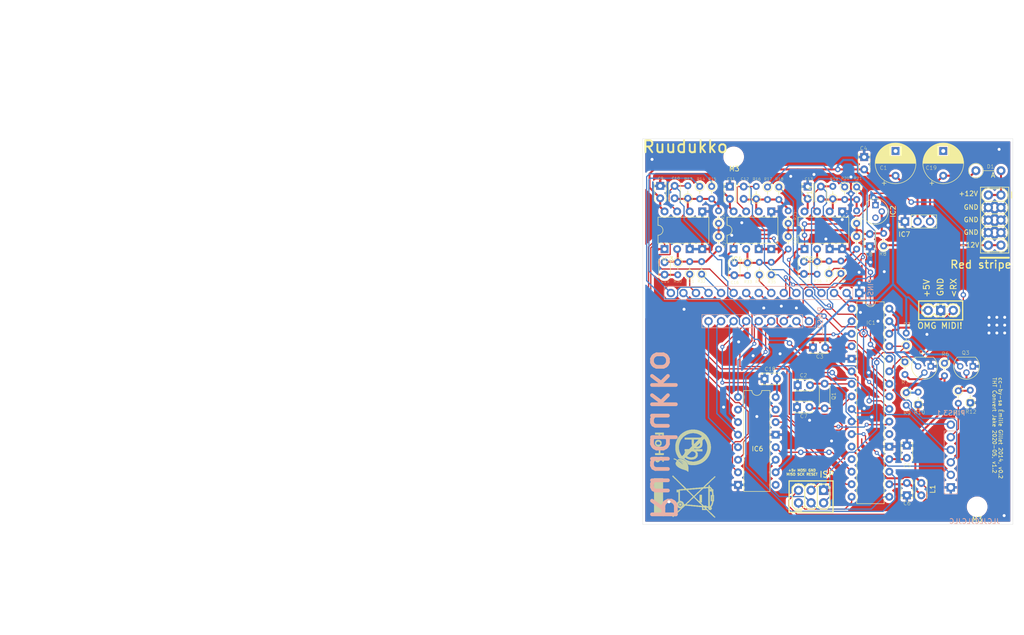
<source format=kicad_pcb>
(kicad_pcb (version 20171130) (host pcbnew "(5.1.5-0-10_14)")
  (layers (0 Top signal) (31 Bottom signal) (34 B.Paste user) (35 F.Paste user) (36 B.SilkS user) (37 F.SilkS user) (38 B.Mask user) (39 F.Mask user) (44 Edge.Cuts user))
  (net 0 "")
  (net 1 GND)
  (net 2 VEE)
  (net 3 +5V)
  (net 4 VCC)
  (net 5 /RESET)
  (net 6 "Net-(C2-Pad2)")
  (net 7 "Net-(C7-Pad2)")
  (net 8 /MOSI)
  (net 9 /SCK)
  (net 10 /MISO)
  (net 11 /LED_CLOCK)
  (net 12 /LED_CH3)
  (net 13 /LED_CH2)
  (net 14 /LED_CH1)
  (net 15 "Net-(IC6-Pad15)")
  (net 16 "Net-(IC6-Pad1)")
  (net 17 "Net-(IC6-Pad2)")
  (net 18 "Net-(IC6-Pad3)")
  (net 19 "Net-(IC6-Pad4)")
  (net 20 "Net-(IC6-Pad5)")
  (net 21 /IN_RESET)
  (net 22 /IN_CLOCK)
  (net 23 /IN_MIDI)
  (net 24 /CH3_CV)
  (net 25 /CH2_CV)
  (net 26 /CH1_CV)
  (net 27 /RND_CV)
  (net 28 /Y_CV)
  (net 29 /X_CV)
  (net 30 "Net-(IC1-Pad22)")
  (net 31 /AREF)
  (net 32 /TEMPO)
  (net 33 "Net-(C6-Pad1)")
  (net 34 /SS)
  (net 35 "Net-(IC1-Pad13)")
  (net 36 "Net-(IC1-Pad12)")
  (net 37 /SW_RESET)
  (net 38 "Net-(IC6-Pad9)")
  (net 39 "Net-(IC6-Pad7)")
  (net 40 "Net-(IC6-Pad6)")
  (net 41 "Net-(C15-Pad1)")
  (net 42 "Net-(R25-PadP$2)")
  (net 43 "Net-(J3-PadTIP)")
  (net 44 "Net-(C12-Pad1)")
  (net 45 "Net-(C16-Pad1)")
  (net 46 /REF_-5)
  (net 47 "Net-(C10-Pad1)")
  (net 48 "Net-(R14-Pad1)")
  (net 49 "Net-(J4-PadTIP)")
  (net 50 "Net-(R35-Pad1)")
  (net 51 "Net-(J11-PadTIP)")
  (net 52 "Net-(R17-Pad1)")
  (net 53 "Net-(J5-PadTIP)")
  (net 54 "Net-(C14-Pad1)")
  (net 55 "Net-(C17-Pad1)")
  (net 56 "Net-(R38-Pad1)")
  (net 57 "Net-(J6-PadTIP)")
  (net 58 "Net-(R20-Pad1)")
  (net 59 "Net-(J7-PadTIP)")
  (net 60 "Net-(Q2-PadB)")
  (net 61 "Net-(J1-PadTIP)")
  (net 62 "Net-(Q3-PadB)")
  (net 63 "Net-(J2-PadTIP)")
  (net 64 "Net-(D1-PadA)")
  (module MountingHole:MountingHole_3.2mm_M3 (layer Top) (at 218.694 64.389)
    (fp_text reference M3 (at 0.127 2.413) (layer F.SilkS))
    (fp_text value MountingHole_3.2mm_M3)
    (pad 1 np_thru_hole circle (at 0 0) (size 3.2 3.2) (drill 3.2) (layers *.Cu *.Mask))
  )
  (module MountingHole:MountingHole_3.2mm_M3 (layer Top) (at 267.97 135.255)
    (fp_text reference M3 (at 0 2.54) (layer F.SilkS))
    (fp_text value MountingHole_3.2mm_M3)
    (pad 1 np_thru_hole circle (at 0 0) (size 3.2 3.2) (drill 3.2) (layers *.Cu *.Mask))
  )
  (module grids_v02:ROHS_BIG (layer Top) (at 201.803 118.364 270)
    (fp_text reference U$2 hide)
    (fp_text value "" hide)
  )
  (module Connector_PinHeader_2.54mm:PinHeader_1x06_P2.54mm_Vertical (layer Bottom) (at 262.636 118.618 180)
    (fp_text reference PINS3.1 (at 0 2.33) (layer B.SilkS) (effects (justify mirror)))
    (fp_text value PinHeader_1x06_P2.54mm_Vertical)
    (pad 6 thru_hole rect (at 0 -12.7 180) (size 1.7 1.7) (drill 1) (layers *.Cu *.Mask) (net 1 GND))
    (pad 5 thru_hole oval (at 0 -10.16 180) (size 1.7 1.7) (drill 1) (layers *.Cu *.Mask) (net 14 /LED_CH1))
    (pad 4 thru_hole oval (at 0 -7.62 180) (size 1.7 1.7) (drill 1) (layers *.Cu *.Mask) (net 13 /LED_CH2))
    (pad 3 thru_hole oval (at 0 -5.08 180) (size 1.7 1.7) (drill 1) (layers *.Cu *.Mask) (net 12 /LED_CH3))
    (pad 2 thru_hole oval (at 0 -2.54 180) (size 1.7 1.7) (drill 1) (layers *.Cu *.Mask) (net 63 "Net-(J2-PadTIP)"))
    (pad 1 thru_hole circle (at 0 0 180) (size 1.7 1.7) (drill 1) (layers *.Cu *.Mask) (net 61 "Net-(J1-PadTIP)"))
  )
  (module Connector_PinHeader_2.54mm:PinHeader_1x09_P2.54mm_Vertical (layer Bottom) (at 233.934 97.663 90)
    (fp_text reference PINS2.1 (at 0 2.33 270) (layer B.SilkS) (effects (justify mirror)))
    (fp_text value PinHeader_1x09_P2.54mm_Vertical)
    (pad 9 thru_hole oval (at 0 -20.32 90) (size 1.7 1.7) (drill 1) (layers *.Cu *.Mask) (net 20 "Net-(IC6-Pad5)"))
    (pad 8 thru_hole oval (at 0 -17.78 90) (size 1.7 1.7) (drill 1) (layers *.Cu *.Mask) (net 19 "Net-(IC6-Pad4)"))
    (pad 7 thru_hole oval (at 0 -15.24 90) (size 1.7 1.7) (drill 1) (layers *.Cu *.Mask) (net 18 "Net-(IC6-Pad3)"))
    (pad 6 thru_hole oval (at 0 -12.7 90) (size 1.7 1.7) (drill 1) (layers *.Cu *.Mask) (net 15 "Net-(IC6-Pad15)"))
    (pad 5 thru_hole oval (at 0 -10.16 90) (size 1.7 1.7) (drill 1) (layers *.Cu *.Mask) (net 16 "Net-(IC6-Pad1)"))
    (pad 4 thru_hole oval (at 0 -7.62 90) (size 1.7 1.7) (drill 1) (layers *.Cu *.Mask) (net 17 "Net-(IC6-Pad2)"))
    (pad 3 thru_hole oval (at 0 -5.08 90) (size 1.7 1.7) (drill 1) (layers *.Cu *.Mask) (net 53 "Net-(J5-PadTIP)"))
    (pad 2 thru_hole oval (at 0 -2.54 90) (size 1.7 1.7) (drill 1) (layers *.Cu *.Mask) (net 57 "Net-(J6-PadTIP)"))
    (pad 1 thru_hole circle (at 0 0 90) (size 1.7 1.7) (drill 1) (layers *.Cu *.Mask) (net 59 "Net-(J7-PadTIP)"))
  )
  (module Connector_PinHeader_2.54mm:PinHeader_1x16_P2.54mm_Vertical (layer Bottom) (at 244.094 91.948 90)
    (fp_text reference PINS1.1 (at 0 2.33 -90) (layer B.SilkS) (effects (justify mirror)))
    (fp_text value PinHeader_1x16_P2.54mm_Vertical)
    (pad 16 thru_hole oval (at 0 -38.1 90) (size 1.7 1.7) (drill 1) (layers *.Cu *.Mask) (net 48 "Net-(R14-Pad1)"))
    (pad 15 thru_hole oval (at 0 -35.56 90) (size 1.7 1.7) (drill 1) (layers *.Cu *.Mask) (net 32 /TEMPO))
    (pad 14 thru_hole oval (at 0 -33.02 90) (size 1.7 1.7) (drill 1) (layers *.Cu *.Mask) (net 42 "Net-(R25-PadP$2)"))
    (pad 13 thru_hole oval (at 0 -30.48 90) (size 1.7 1.7) (drill 1) (layers *.Cu *.Mask) (net 49 "Net-(J4-PadTIP)"))
    (pad 12 thru_hole oval (at 0 -27.94 90) (size 1.7 1.7) (drill 1) (layers *.Cu *.Mask) (net 43 "Net-(J3-PadTIP)"))
    (pad 11 thru_hole oval (at 0 -25.4 90) (size 1.7 1.7) (drill 1) (layers *.Cu *.Mask) (net 39 "Net-(IC6-Pad7)"))
    (pad 10 thru_hole oval (at 0 -22.86 90) (size 1.7 1.7) (drill 1) (layers *.Cu *.Mask) (net 40 "Net-(IC6-Pad6)"))
    (pad 9 thru_hole oval (at 0 -20.32 90) (size 1.7 1.7) (drill 1) (layers *.Cu *.Mask) (net 11 /LED_CLOCK))
    (pad 8 thru_hole oval (at 0 -17.78 90) (size 1.7 1.7) (drill 1) (layers *.Cu *.Mask) (net 51 "Net-(J11-PadTIP)"))
    (pad 7 thru_hole oval (at 0 -15.24 90) (size 1.7 1.7) (drill 1) (layers *.Cu *.Mask) (net 56 "Net-(R38-Pad1)"))
    (pad 6 thru_hole oval (at 0 -12.7 90) (size 1.7 1.7) (drill 1) (layers *.Cu *.Mask) (net 50 "Net-(R35-Pad1)"))
    (pad 5 thru_hole oval (at 0 -10.16 90) (size 1.7 1.7) (drill 1) (layers *.Cu *.Mask) (net 52 "Net-(R17-Pad1)"))
    (pad 4 thru_hole oval (at 0 -7.62 90) (size 1.7 1.7) (drill 1) (layers *.Cu *.Mask) (net 58 "Net-(R20-Pad1)"))
    (pad 3 thru_hole oval (at 0 -5.08 90) (size 1.7 1.7) (drill 1) (layers *.Cu *.Mask) (net 37 /SW_RESET))
    (pad 2 thru_hole oval (at 0 -2.54 90) (size 1.7 1.7) (drill 1) (layers *.Cu *.Mask) (net 3 +5V))
    (pad 1 thru_hole rect (at 0 0 90) (size 1.7 1.7) (drill 1) (layers *.Cu *.Mask) (net 1 GND))
  )
  (module grids_v02:AVR_ICSP (layer Top) (at 271.5106 77.1906 180)
    (fp_text reference J16 hide)
    (fp_text value M05X2PTH hide)
    (pad 10 thru_hole circle (at 1.27 5.08 90) (size 1.8796 1.8796) (drill 1.016) (layers *.Cu *.Mask) (net 64 "Net-(D1-PadA)"))
    (pad 9 thru_hole circle (at -1.27 5.08 90) (size 1.8796 1.8796) (drill 1.016) (layers *.Cu *.Mask) (net 64 "Net-(D1-PadA)"))
    (pad 8 thru_hole circle (at 1.27 2.54 90) (size 1.8796 1.8796) (drill 1.016) (layers *.Cu *.Mask) (net 1 GND))
    (pad 7 thru_hole circle (at -1.27 2.54 90) (size 1.8796 1.8796) (drill 1.016) (layers *.Cu *.Mask) (net 1 GND))
    (pad 6 thru_hole circle (at 1.27 0 90) (size 1.8796 1.8796) (drill 1.016) (layers *.Cu *.Mask) (net 1 GND))
    (pad 5 thru_hole circle (at -1.27 0 90) (size 1.8796 1.8796) (drill 1.016) (layers *.Cu *.Mask) (net 1 GND))
    (pad 4 thru_hole circle (at 1.27 -2.54 90) (size 1.8796 1.8796) (drill 1.016) (layers *.Cu *.Mask) (net 1 GND))
    (pad 3 thru_hole circle (at -1.27 -2.54 90) (size 1.8796 1.8796) (drill 1.016) (layers *.Cu *.Mask) (net 1 GND))
    (pad 2 thru_hole circle (at 1.27 -5.08 90) (size 1.8796 1.8796) (drill 1.016) (layers *.Cu *.Mask) (net 2 VEE))
    (pad 1 thru_hole circle (at -1.27 -5.08 90) (size 1.8796 1.8796) (drill 1.016) (layers *.Cu *.Mask) (net 2 VEE))
  )
  (module Capacitor_THT:C_Disc_D3.4mm_W2.1mm_P2.50mm (layer Top) (at 227.457 109.347 180)
    (fp_text reference C18 (at 2.54 1.524) (layer F.SilkS) (effects (font (size 0.77216 0.77216) (thickness 0.061772)) (justify left bottom)))
    (fp_text value 100n)
    (pad 1 thru_hole circle (at 0 0 180) (size 1.6 1.6) (drill 0.8) (layers *.Cu *.Mask) (net 3 +5V))
    (pad 2 thru_hole rect (at 2.5 0 180) (size 1.6 1.6) (drill 0.8) (layers *.Cu *.Mask) (net 1 GND))
  )
  (module Package_DIP:DIP-16_W7.62mm (layer Top) (at 219.583 113.03)
    (fp_text reference IC6 (at 2.667 11.049 -180) (layer F.SilkS) (effects (font (size 0.9652 0.9652) (thickness 0.14478)) (justify left bottom)))
    (fp_text value 74595D)
    (pad 1 thru_hole circle (at 0 0) (size 1.6 1.6) (drill 0.8) (layers *.Cu *.Mask) (net 16 "Net-(IC6-Pad1)"))
    (pad 9 thru_hole oval (at 7.62 17.78) (size 1.6 1.6) (drill 0.8) (layers *.Cu *.Mask) (net 38 "Net-(IC6-Pad9)"))
    (pad 2 thru_hole oval (at 0 2.54) (size 1.6 1.6) (drill 0.8) (layers *.Cu *.Mask) (net 17 "Net-(IC6-Pad2)"))
    (pad 10 thru_hole oval (at 7.62 15.24) (size 1.6 1.6) (drill 0.8) (layers *.Cu *.Mask) (net 3 +5V))
    (pad 3 thru_hole oval (at 0 5.08) (size 1.6 1.6) (drill 0.8) (layers *.Cu *.Mask) (net 18 "Net-(IC6-Pad3)"))
    (pad 11 thru_hole oval (at 7.62 12.7) (size 1.6 1.6) (drill 0.8) (layers *.Cu *.Mask) (net 9 /SCK))
    (pad 4 thru_hole oval (at 0 7.62) (size 1.6 1.6) (drill 0.8) (layers *.Cu *.Mask) (net 19 "Net-(IC6-Pad4)"))
    (pad 12 thru_hole oval (at 7.62 10.16) (size 1.6 1.6) (drill 0.8) (layers *.Cu *.Mask) (net 34 /SS))
    (pad 5 thru_hole oval (at 0 10.16) (size 1.6 1.6) (drill 0.8) (layers *.Cu *.Mask) (net 20 "Net-(IC6-Pad5)"))
    (pad 13 thru_hole rect (at 7.62 7.62) (size 1.6 1.6) (drill 0.8) (layers *.Cu *.Mask) (net 1 GND))
    (pad 6 thru_hole oval (at 0 12.7) (size 1.6 1.6) (drill 0.8) (layers *.Cu *.Mask) (net 40 "Net-(IC6-Pad6)"))
    (pad 14 thru_hole oval (at 7.62 5.08) (size 1.6 1.6) (drill 0.8) (layers *.Cu *.Mask) (net 8 /MOSI))
    (pad 7 thru_hole oval (at 0 15.24) (size 1.6 1.6) (drill 0.8) (layers *.Cu *.Mask) (net 39 "Net-(IC6-Pad7)"))
    (pad 15 thru_hole oval (at 7.62 2.54) (size 1.6 1.6) (drill 0.8) (layers *.Cu *.Mask) (net 15 "Net-(IC6-Pad15)"))
    (pad 8 thru_hole rect (at 0 17.78) (size 1.6 1.6) (drill 0.8) (layers *.Cu *.Mask) (net 1 GND))
    (pad 16 thru_hole oval (at 7.62 0) (size 1.6 1.6) (drill 0.8) (layers *.Cu *.Mask) (net 3 +5V))
  )
  (module Resistor_THT:R_Axial_DIN0204_L3.6mm_D1.6mm_P2.54mm_Vertical (layer Top) (at 264.16 111.76 270)
    (fp_text reference R11 (at 4.826 1.016) (layer F.SilkS) (effects (font (size 0.77216 0.77216) (thickness 0.061772)) (justify left bottom)))
    (fp_text value 100k)
    (pad 1 thru_hole circle (at 0 0 270) (size 1.4 1.4) (drill 0.7) (layers *.Cu *.Mask) (net 62 "Net-(Q3-PadB)"))
    (pad 2 thru_hole oval (at 2.54 0 270) (size 1.4 1.4) (drill 0.7) (layers *.Cu *.Mask) (net 63 "Net-(J2-PadTIP)"))
  )
  (module Resistor_THT:R_Axial_DIN0204_L3.6mm_D1.6mm_P2.54mm_Vertical (layer Top) (at 266.573 114.173 90)
    (fp_text reference R12 (at -2.286 -1.016) (layer F.SilkS) (effects (font (size 0.77216 0.77216) (thickness 0.061772)) (justify left bottom)))
    (fp_text value 1M)
    (pad 1 thru_hole rect (at 0 0 90) (size 1.4 1.4) (drill 0.7) (layers *.Cu *.Mask) (net 1 GND))
    (pad 2 thru_hole oval (at 2.54 0 90) (size 1.4 1.4) (drill 0.7) (layers *.Cu *.Mask) (net 62 "Net-(Q3-PadB)"))
  )
  (module Resistor_THT:R_Axial_DIN0204_L3.6mm_D1.6mm_P2.54mm_Vertical (layer Top) (at 256.032 114.554 90)
    (fp_text reference R10 (at -2.032 -0.889) (layer F.SilkS) (effects (font (size 0.77216 0.77216) (thickness 0.061772)) (justify left bottom)))
    (fp_text value 1M)
    (pad 1 thru_hole rect (at 0 0 90) (size 1.4 1.4) (drill 0.7) (layers *.Cu *.Mask) (net 1 GND))
    (pad 2 thru_hole oval (at 2.54 0 90) (size 1.4 1.4) (drill 0.7) (layers *.Cu *.Mask) (net 60 "Net-(Q2-PadB)"))
  )
  (module Resistor_THT:R_Axial_DIN0204_L3.6mm_D1.6mm_P2.54mm_Vertical (layer Top) (at 253.619 112.141 270)
    (fp_text reference R9 (at 4.572 0.635) (layer F.SilkS) (effects (font (size 0.77216 0.77216) (thickness 0.061772)) (justify left bottom)))
    (fp_text value 100k)
    (pad 1 thru_hole circle (at 0 0 270) (size 1.4 1.4) (drill 0.7) (layers *.Cu *.Mask) (net 60 "Net-(Q2-PadB)"))
    (pad 2 thru_hole oval (at 2.54 0 270) (size 1.4 1.4) (drill 0.7) (layers *.Cu *.Mask) (net 61 "Net-(J1-PadTIP)"))
  )
  (module Resistor_THT:R_Axial_DIN0204_L3.6mm_D1.6mm_P2.54mm_Vertical (layer Top) (at 261.366 106.172 270)
    (fp_text reference R6 (at -1.397 0.635) (layer F.SilkS) (effects (font (size 0.77216 0.77216) (thickness 0.061772)) (justify left bottom)))
    (fp_text value 10k)
    (pad 1 thru_hole circle (at 0 0 270) (size 1.4 1.4) (drill 0.7) (layers *.Cu *.Mask) (net 21 /IN_RESET))
    (pad 2 thru_hole oval (at 2.54 0 270) (size 1.4 1.4) (drill 0.7) (layers *.Cu *.Mask) (net 3 +5V))
  )
  (module Resistor_THT:R_Axial_DIN0204_L3.6mm_D1.6mm_P2.54mm_Vertical (layer Top) (at 253.365 105.918 270)
    (fp_text reference R7 (at 4.572 0.762) (layer F.SilkS) (effects (font (size 0.77216 0.77216) (thickness 0.061772)) (justify left bottom)))
    (fp_text value 10k)
    (pad 1 thru_hole circle (at 0 0 270) (size 1.4 1.4) (drill 0.7) (layers *.Cu *.Mask) (net 22 /IN_CLOCK))
    (pad 2 thru_hole oval (at 2.54 0 270) (size 1.4 1.4) (drill 0.7) (layers *.Cu *.Mask) (net 3 +5V))
  )
  (module Package_TO_SOT_THT:TO-92 (layer Top) (at 258.572 106.807 180)
    (fp_text reference Q2 (at 0.762 2.413) (layer F.SilkS) (effects (font (size 0.77216 0.77216) (thickness 0.061772)) (justify right bottom)))
    (fp_text value MMBT3904)
    (pad E thru_hole rect (at 0 0 270) (size 1.3 1.3) (drill 0.75) (layers *.Cu *.Mask) (net 1 GND))
    (pad C thru_hole circle (at 2.54 0 270) (size 1.3 1.3) (drill 0.75) (layers *.Cu *.Mask) (net 22 /IN_CLOCK))
    (pad B thru_hole circle (at 1.27 -1.27 270) (size 1.3 1.3) (drill 0.75) (layers *.Cu *.Mask) (net 60 "Net-(Q2-PadB)"))
  )
  (module Package_TO_SOT_THT:TO-92 (layer Top) (at 267.081 106.807 180)
    (fp_text reference Q3 (at 0.635 2.286) (layer F.SilkS) (effects (font (size 0.77216 0.77216) (thickness 0.061772)) (justify right bottom)))
    (fp_text value MMBT3904 hide)
    (pad B thru_hole circle (at 1.27 -1.27 270) (size 1.3 1.3) (drill 0.75) (layers *.Cu *.Mask) (net 62 "Net-(Q3-PadB)"))
    (pad C thru_hole circle (at 2.54 0 270) (size 1.3 1.3) (drill 0.75) (layers *.Cu *.Mask) (net 21 /IN_RESET))
    (pad E thru_hole rect (at 0 0 270) (size 1.3 1.3) (drill 0.75) (layers *.Cu *.Mask) (net 1 GND))
  )
  (module Capacitor_THT:C_Disc_D3.4mm_W2.1mm_P2.50mm (layer Top) (at 231.521 115.062)
    (fp_text reference C7 (at 2.159 2.286 180) (layer F.SilkS) (effects (font (size 0.77216 0.77216) (thickness 0.061772)) (justify right bottom)))
    (fp_text value 18p)
    (pad 1 thru_hole rect (at 0 0) (size 1.6 1.6) (drill 0.8) (layers *.Cu *.Mask) (net 1 GND))
    (pad 2 thru_hole circle (at 2.5 0) (size 1.6 1.6) (drill 0.8) (layers *.Cu *.Mask) (net 7 "Net-(C7-Pad2)"))
  )
  (module Capacitor_THT:C_Disc_D4.3mm_W1.9mm_P5.00mm (layer Top) (at 237.109 115.316 90)
    (fp_text reference Q1 (at 3.302 2.286 270) (layer F.SilkS) (effects (font (size 0.77216 0.77216) (thickness 0.077216)) (justify right bottom)))
    (fp_text value 20MHz)
    (pad 1 thru_hole circle (at 0 0 90) (size 1.6 1.6) (drill 0.8) (layers *.Cu *.Mask) (net 7 "Net-(C7-Pad2)"))
    (pad 2 thru_hole circle (at 5 0 90) (size 1.6 1.6) (drill 0.8) (layers *.Cu *.Mask) (net 6 "Net-(C2-Pad2)"))
  )
  (module Capacitor_THT:C_Disc_D3.4mm_W2.1mm_P2.50mm (layer Top) (at 231.648 110.617)
    (fp_text reference C2 (at 0.381 -1.524) (layer F.SilkS) (effects (font (size 0.77216 0.77216) (thickness 0.061772)) (justify left bottom)))
    (fp_text value 18p)
    (pad 1 thru_hole rect (at 0 0) (size 1.6 1.6) (drill 0.8) (layers *.Cu *.Mask) (net 1 GND))
    (pad 2 thru_hole circle (at 2.5 0) (size 1.6 1.6) (drill 0.8) (layers *.Cu *.Mask) (net 6 "Net-(C2-Pad2)"))
  )
  (module Capacitor_THT:C_Disc_D3.4mm_W2.1mm_P2.50mm (layer Top) (at 253.746 130.429 270)
    (fp_text reference C6 (at 4.572 0.762) (layer F.SilkS) (effects (font (size 0.77216 0.77216) (thickness 0.061772)) (justify left bottom)))
    (fp_text value 100n)
    (pad 1 thru_hole circle (at 0 0 270) (size 1.6 1.6) (drill 0.8) (layers *.Cu *.Mask) (net 33 "Net-(C6-Pad1)"))
    (pad 2 thru_hole rect (at 2.5 0 270) (size 1.6 1.6) (drill 0.8) (layers *.Cu *.Mask) (net 1 GND))
  )
  (module Capacitor_THT:C_Disc_D3.4mm_W2.1mm_P2.50mm (layer Top) (at 253.746 125.349 90)
    (fp_text reference C5 (at -2.032 -0.762 180) (layer F.SilkS) (effects (font (size 0.77216 0.77216) (thickness 0.061772)) (justify left bottom)))
    (fp_text value 100n)
    (pad 1 thru_hole circle (at 0 0 90) (size 1.6 1.6) (drill 0.8) (layers *.Cu *.Mask) (net 31 /AREF))
    (pad 2 thru_hole rect (at 2.5 0 90) (size 1.6 1.6) (drill 0.8) (layers *.Cu *.Mask) (net 1 GND))
  )
  (module Capacitor_THT:C_Disc_D3.4mm_W2.1mm_P2.50mm (layer Top) (at 237.236 102.997 180)
    (fp_text reference C3 (at 1.905 -2.286 180) (layer F.SilkS) (effects (font (size 0.77216 0.77216) (thickness 0.061772)) (justify left bottom)))
    (fp_text value 100n)
    (pad 1 thru_hole circle (at 0 0 180) (size 1.6 1.6) (drill 0.8) (layers *.Cu *.Mask) (net 3 +5V))
    (pad 2 thru_hole rect (at 2.5 0 180) (size 1.6 1.6) (drill 0.8) (layers *.Cu *.Mask) (net 1 GND))
  )
  (module Resistor_THT:R_Axial_DIN0204_L3.6mm_D1.6mm_P2.54mm_Vertical (layer Top) (at 253.619 102.616 90)
    (fp_text reference R3 (at 3.81 -0.635) (layer F.SilkS) (effects (font (size 0.77216 0.77216) (thickness 0.061772)) (justify left bottom)))
    (fp_text value 10k)
    (pad 1 thru_hole circle (at 0 0 90) (size 1.4 1.4) (drill 0.7) (layers *.Cu *.Mask) (net 5 /RESET))
    (pad 2 thru_hole oval (at 2.54 0 90) (size 1.4 1.4) (drill 0.7) (layers *.Cu *.Mask) (net 3 +5V))
  )
  (module Package_DIP:DIP-32_W7.62mm (layer Top) (at 242.57 95.123)
    (fp_text reference IC1 (at 2.921 3.302) (layer F.SilkS) (effects (font (size 0.77216 0.77216) (thickness 0.061772)) (justify left bottom)))
    (fp_text value ATMEGA328P-AU)
    (pad 1 thru_hole circle (at 0 0) (size 1.6 1.6) (drill 0.8) (layers *.Cu *.Mask) (net 37 /SW_RESET))
    (pad 17 thru_hole oval (at 7.62 38.1) (size 1.6 1.6) (drill 0.8) (layers *.Cu *.Mask) (net 9 /SCK))
    (pad 2 thru_hole oval (at 0 2.54) (size 1.6 1.6) (drill 0.8) (layers *.Cu *.Mask) (net 11 /LED_CLOCK))
    (pad 18 thru_hole oval (at 7.62 35.56) (size 1.6 1.6) (drill 0.8) (layers *.Cu *.Mask) (net 33 "Net-(C6-Pad1)"))
    (pad 3 thru_hole oval (at 0 5.08) (size 1.6 1.6) (drill 0.8) (layers *.Cu *.Mask) (net 1 GND))
    (pad 19 thru_hole oval (at 7.62 33.02) (size 1.6 1.6) (drill 0.8) (layers *.Cu *.Mask) (net 32 /TEMPO))
    (pad 4 thru_hole oval (at 0 7.62) (size 1.6 1.6) (drill 0.8) (layers *.Cu *.Mask) (net 3 +5V))
    (pad 20 thru_hole oval (at 7.62 30.48) (size 1.6 1.6) (drill 0.8) (layers *.Cu *.Mask) (net 31 /AREF))
    (pad 5 thru_hole rect (at 0 10.16) (size 1.6 1.6) (drill 0.8) (layers *.Cu *.Mask) (net 1 GND))
    (pad 21 thru_hole rect (at 7.62 27.94) (size 1.6 1.6) (drill 0.8) (layers *.Cu *.Mask) (net 1 GND))
    (pad 6 thru_hole oval (at 0 12.7) (size 1.6 1.6) (drill 0.8) (layers *.Cu *.Mask) (net 3 +5V))
    (pad 22 thru_hole oval (at 7.62 25.4) (size 1.6 1.6) (drill 0.8) (layers *.Cu *.Mask) (net 30 "Net-(IC1-Pad22)"))
    (pad 7 thru_hole oval (at 0 15.24) (size 1.6 1.6) (drill 0.8) (layers *.Cu *.Mask) (net 6 "Net-(C2-Pad2)"))
    (pad 23 thru_hole oval (at 7.62 22.86) (size 1.6 1.6) (drill 0.8) (layers *.Cu *.Mask) (net 29 /X_CV))
    (pad 8 thru_hole oval (at 0 17.78) (size 1.6 1.6) (drill 0.8) (layers *.Cu *.Mask) (net 7 "Net-(C7-Pad2)"))
    (pad 24 thru_hole oval (at 7.62 20.32) (size 1.6 1.6) (drill 0.8) (layers *.Cu *.Mask) (net 28 /Y_CV))
    (pad 9 thru_hole oval (at 0 20.32) (size 1.6 1.6) (drill 0.8) (layers *.Cu *.Mask) (net 12 /LED_CH3))
    (pad 25 thru_hole oval (at 7.62 17.78) (size 1.6 1.6) (drill 0.8) (layers *.Cu *.Mask) (net 27 /RND_CV))
    (pad 10 thru_hole oval (at 0 22.86) (size 1.6 1.6) (drill 0.8) (layers *.Cu *.Mask) (net 13 /LED_CH2))
    (pad 26 thru_hole oval (at 7.62 15.24) (size 1.6 1.6) (drill 0.8) (layers *.Cu *.Mask) (net 26 /CH1_CV))
    (pad 11 thru_hole oval (at 0 25.4) (size 1.6 1.6) (drill 0.8) (layers *.Cu *.Mask) (net 14 /LED_CH1))
    (pad 27 thru_hole oval (at 7.62 12.7) (size 1.6 1.6) (drill 0.8) (layers *.Cu *.Mask) (net 25 /CH2_CV))
    (pad 12 thru_hole oval (at 0 27.94) (size 1.6 1.6) (drill 0.8) (layers *.Cu *.Mask) (net 36 "Net-(IC1-Pad12)"))
    (pad 28 thru_hole oval (at 7.62 10.16) (size 1.6 1.6) (drill 0.8) (layers *.Cu *.Mask) (net 24 /CH3_CV))
    (pad 13 thru_hole oval (at 0 30.48) (size 1.6 1.6) (drill 0.8) (layers *.Cu *.Mask) (net 35 "Net-(IC1-Pad13)"))
    (pad 29 thru_hole oval (at 7.62 7.62) (size 1.6 1.6) (drill 0.8) (layers *.Cu *.Mask) (net 5 /RESET))
    (pad 14 thru_hole oval (at 0 33.02) (size 1.6 1.6) (drill 0.8) (layers *.Cu *.Mask) (net 34 /SS))
    (pad 30 thru_hole oval (at 7.62 5.08) (size 1.6 1.6) (drill 0.8) (layers *.Cu *.Mask) (net 23 /IN_MIDI))
    (pad 15 thru_hole oval (at 0 35.56) (size 1.6 1.6) (drill 0.8) (layers *.Cu *.Mask) (net 8 /MOSI))
    (pad 31 thru_hole oval (at 7.62 2.54) (size 1.6 1.6) (drill 0.8) (layers *.Cu *.Mask) (net 22 /IN_CLOCK))
    (pad 16 thru_hole oval (at 0 38.1) (size 1.6 1.6) (drill 0.8) (layers *.Cu *.Mask) (net 10 /MISO))
    (pad 32 thru_hole oval (at 7.62 0) (size 1.6 1.6) (drill 0.8) (layers *.Cu *.Mask) (net 21 /IN_RESET))
  )
  (module Capacitor_THT:C_Disc_D3.4mm_W2.1mm_P2.50mm (layer Top) (at 203.835 72.771 90)
    (fp_text reference C9 (at 3.683 -0.508 180) (layer F.SilkS) (effects (font (size 0.57912 0.57912) (thickness 0.046329)) (justify left bottom)))
    (fp_text value 100n)
    (pad 1 thru_hole circle (at 0 0 90) (size 1.6 1.6) (drill 0.8) (layers *.Cu *.Mask) (net 3 +5V))
    (pad 2 thru_hole rect (at 2.5 0 90) (size 1.6 1.6) (drill 0.8) (layers *.Cu *.Mask) (net 1 GND))
  )
  (module Capacitor_THT:C_Disc_D3.4mm_W2.1mm_P2.50mm (layer Top) (at 206.756 72.771 90)
    (fp_text reference C10 (at 3.683 -0.635 180) (layer F.SilkS) (effects (font (size 0.57912 0.57912) (thickness 0.046329)) (justify left bottom)))
    (fp_text value 10n)
    (pad 1 thru_hole circle (at 0 0 90) (size 1.6 1.6) (drill 0.8) (layers *.Cu *.Mask) (net 47 "Net-(C10-Pad1)"))
    (pad 2 thru_hole circle (at 2.5 0 90) (size 1.6 1.6) (drill 0.8) (layers *.Cu *.Mask) (net 28 /Y_CV))
  )
  (module Capacitor_THT:C_Disc_D3.4mm_W2.1mm_P2.50mm (layer Top) (at 204.724 85.725 270)
    (fp_text reference C15 (at 4.191 0.762 180) (layer F.SilkS) (effects (font (size 0.57912 0.57912) (thickness 0.046329)) (justify left bottom)))
    (fp_text value 10n)
    (pad 1 thru_hole circle (at 0 0 270) (size 1.6 1.6) (drill 0.8) (layers *.Cu *.Mask) (net 41 "Net-(C15-Pad1)"))
    (pad 2 thru_hole circle (at 2.5 0 270) (size 1.6 1.6) (drill 0.8) (layers *.Cu *.Mask) (net 29 /X_CV))
  )
  (module Resistor_THT:R_Axial_DIN0204_L3.6mm_D1.6mm_P2.54mm_Vertical (layer Top) (at 207.391 85.725 270)
    (fp_text reference R30 (at 4.191 0.889 180) (layer F.SilkS) (effects (font (size 0.57912 0.57912) (thickness 0.046329)) (justify left bottom)))
    (fp_text value 100k)
    (pad 1 thru_hole circle (at 0 0 270) (size 1.4 1.4) (drill 0.7) (layers *.Cu *.Mask) (net 41 "Net-(C15-Pad1)"))
    (pad 2 thru_hole oval (at 2.54 0 270) (size 1.4 1.4) (drill 0.7) (layers *.Cu *.Mask) (net 29 /X_CV))
  )
  (module Resistor_THT:R_Axial_DIN0204_L3.6mm_D1.6mm_P2.54mm_Vertical (layer Top) (at 209.804 88.138 90)
    (fp_text reference R31 (at -1.778 -0.762 180) (layer F.SilkS) (effects (font (size 0.57912 0.57912) (thickness 0.046329)) (justify left bottom)))
    (fp_text value 100k)
    (pad 1 thru_hole circle (at 0 0 90) (size 1.4 1.4) (drill 0.7) (layers *.Cu *.Mask) (net 42 "Net-(R25-PadP$2)"))
    (pad 2 thru_hole oval (at 2.54 0 90) (size 1.4 1.4) (drill 0.7) (layers *.Cu *.Mask) (net 41 "Net-(C15-Pad1)"))
  )
  (module Resistor_THT:R_Axial_DIN0204_L3.6mm_D1.6mm_P2.54mm_Vertical (layer Top) (at 212.217 88.138 90)
    (fp_text reference R32 (at -1.778 -0.889 180) (layer F.SilkS) (effects (font (size 0.57912 0.57912) (thickness 0.046329)) (justify left bottom)))
    (fp_text value 100k)
    (pad 1 thru_hole circle (at 0 0 90) (size 1.4 1.4) (drill 0.7) (layers *.Cu *.Mask) (net 43 "Net-(J3-PadTIP)"))
    (pad 2 thru_hole oval (at 2.54 0 90) (size 1.4 1.4) (drill 0.7) (layers *.Cu *.Mask) (net 41 "Net-(C15-Pad1)"))
  )
  (module Resistor_THT:R_Axial_DIN0204_L3.6mm_D1.6mm_P2.54mm_Vertical (layer Top) (at 209.423 72.771 90)
    (fp_text reference R13 (at 3.556 -0.762 180) (layer F.SilkS) (effects (font (size 0.57912 0.57912) (thickness 0.046329)) (justify left bottom)))
    (fp_text value 100k)
    (pad 1 thru_hole circle (at 0 0 90) (size 1.4 1.4) (drill 0.7) (layers *.Cu *.Mask) (net 47 "Net-(C10-Pad1)"))
    (pad 2 thru_hole oval (at 2.54 0 90) (size 1.4 1.4) (drill 0.7) (layers *.Cu *.Mask) (net 28 /Y_CV))
  )
  (module Resistor_THT:R_Axial_DIN0204_L3.6mm_D1.6mm_P2.54mm_Vertical (layer Top) (at 211.836 70.358 270)
    (fp_text reference R14 (at -1.143 0.635 180) (layer F.SilkS) (effects (font (size 0.57912 0.57912) (thickness 0.046329)) (justify left bottom)))
    (fp_text value 100k)
    (pad 1 thru_hole circle (at 0 0 270) (size 1.4 1.4) (drill 0.7) (layers *.Cu *.Mask) (net 48 "Net-(R14-Pad1)"))
    (pad 2 thru_hole oval (at 2.54 0 270) (size 1.4 1.4) (drill 0.7) (layers *.Cu *.Mask) (net 47 "Net-(C10-Pad1)"))
  )
  (module Resistor_THT:R_Axial_DIN0204_L3.6mm_D1.6mm_P2.54mm_Vertical (layer Top) (at 214.249 70.358 270)
    (fp_text reference R15 (at -1.143 0.762 180) (layer F.SilkS) (effects (font (size 0.57912 0.57912) (thickness 0.046329)) (justify left bottom)))
    (fp_text value 100k)
    (pad 1 thru_hole circle (at 0 0 270) (size 1.4 1.4) (drill 0.7) (layers *.Cu *.Mask) (net 49 "Net-(J4-PadTIP)"))
    (pad 2 thru_hole oval (at 2.54 0 270) (size 1.4 1.4) (drill 0.7) (layers *.Cu *.Mask) (net 47 "Net-(C10-Pad1)"))
  )
  (module Package_DIP:DIP-8_W7.62mm (layer Top) (at 204.724 83.058 90)
    (fp_text reference IC3 (at -2.667 1.905) (layer F.SilkS) (effects (font (size 0.9652 0.9652) (thickness 0.14478)) (justify right bottom)))
    (fp_text value MCP6002)
    (pad 1 thru_hole rect (at 0 0 90) (size 1.6 1.6) (drill 0.8) (layers *.Cu *.Mask) (net 29 /X_CV))
    (pad 5 thru_hole rect (at 7.62 7.62 90) (size 1.6 1.6) (drill 0.8) (layers *.Cu *.Mask) (net 1 GND))
    (pad 2 thru_hole oval (at 0 2.54 90) (size 1.6 1.6) (drill 0.8) (layers *.Cu *.Mask) (net 41 "Net-(C15-Pad1)"))
    (pad 6 thru_hole oval (at 7.62 5.08 90) (size 1.6 1.6) (drill 0.8) (layers *.Cu *.Mask) (net 47 "Net-(C10-Pad1)"))
    (pad 3 thru_hole rect (at 0 5.08 90) (size 1.6 1.6) (drill 0.8) (layers *.Cu *.Mask) (net 1 GND))
    (pad 7 thru_hole oval (at 7.62 2.54 90) (size 1.6 1.6) (drill 0.8) (layers *.Cu *.Mask) (net 28 /Y_CV))
    (pad 4 thru_hole rect (at 0 7.62 90) (size 1.6 1.6) (drill 0.8) (layers *.Cu *.Mask) (net 1 GND))
    (pad 8 thru_hole oval (at 7.62 0 90) (size 1.6 1.6) (drill 0.8) (layers *.Cu *.Mask) (net 3 +5V))
  )
  (module Resistor_THT:R_Axial_DIN0204_L3.6mm_D1.6mm_P2.54mm_Vertical (layer Top) (at 215.646 80.518 270)
    (fp_text reference R27 (at 2.286 -1.524 90) (layer F.SilkS) (effects (font (size 0.57912 0.57912) (thickness 0.046329)) (justify left bottom)))
    (fp_text value 100k)
    (pad 1 thru_hole circle (at 0 0 270) (size 1.4 1.4) (drill 0.7) (layers *.Cu *.Mask) (net 46 /REF_-5))
    (pad 2 thru_hole oval (at 2.54 0 270) (size 1.4 1.4) (drill 0.7) (layers *.Cu *.Mask) (net 41 "Net-(C15-Pad1)"))
  )
  (module Resistor_THT:R_Axial_DIN0204_L3.6mm_D1.6mm_P2.54mm_Vertical (layer Top) (at 215.646 77.851 90)
    (fp_text reference R22 (at 0.762 1.27 90) (layer F.SilkS) (effects (font (size 0.57912 0.57912) (thickness 0.046329)) (justify left bottom)))
    (fp_text value 100k)
    (pad 1 thru_hole circle (at 0 0 90) (size 1.4 1.4) (drill 0.7) (layers *.Cu *.Mask) (net 46 /REF_-5))
    (pad 2 thru_hole oval (at 2.54 0 90) (size 1.4 1.4) (drill 0.7) (layers *.Cu *.Mask) (net 47 "Net-(C10-Pad1)"))
  )
  (module Package_DIP:DIP-8_W7.62mm (layer Top) (at 218.694 83.058 90)
    (fp_text reference IC4 (at -2.667 1.905) (layer F.SilkS) (effects (font (size 0.9652 0.9652) (thickness 0.14478)) (justify right bottom)))
    (fp_text value MCP6002)
    (pad 1 thru_hole rect (at 0 0 90) (size 1.6 1.6) (drill 0.8) (layers *.Cu *.Mask) (net 27 /RND_CV))
    (pad 5 thru_hole rect (at 7.62 7.62 90) (size 1.6 1.6) (drill 0.8) (layers *.Cu *.Mask) (net 1 GND))
    (pad 2 thru_hole oval (at 0 2.54 90) (size 1.6 1.6) (drill 0.8) (layers *.Cu *.Mask) (net 45 "Net-(C16-Pad1)"))
    (pad 6 thru_hole oval (at 7.62 5.08 90) (size 1.6 1.6) (drill 0.8) (layers *.Cu *.Mask) (net 44 "Net-(C12-Pad1)"))
    (pad 3 thru_hole rect (at 0 5.08 90) (size 1.6 1.6) (drill 0.8) (layers *.Cu *.Mask) (net 1 GND))
    (pad 7 thru_hole oval (at 7.62 2.54 90) (size 1.6 1.6) (drill 0.8) (layers *.Cu *.Mask) (net 26 /CH1_CV))
    (pad 4 thru_hole rect (at 0 7.62 90) (size 1.6 1.6) (drill 0.8) (layers *.Cu *.Mask) (net 1 GND))
    (pad 8 thru_hole oval (at 7.62 0 90) (size 1.6 1.6) (drill 0.8) (layers *.Cu *.Mask) (net 3 +5V))
  )
  (module Capacitor_THT:C_Disc_D3.4mm_W2.1mm_P2.50mm (layer Top) (at 218.821 85.852 270)
    (fp_text reference C16 (at 4.318 0.762 180) (layer F.SilkS) (effects (font (size 0.57912 0.57912) (thickness 0.046329)) (justify left bottom)))
    (fp_text value 10n)
    (pad 1 thru_hole circle (at 0 0 270) (size 1.6 1.6) (drill 0.8) (layers *.Cu *.Mask) (net 45 "Net-(C16-Pad1)"))
    (pad 2 thru_hole circle (at 2.5 0 270) (size 1.6 1.6) (drill 0.8) (layers *.Cu *.Mask) (net 27 /RND_CV))
  )
  (module Resistor_THT:R_Axial_DIN0204_L3.6mm_D1.6mm_P2.54mm_Vertical (layer Top) (at 221.488 85.852 270)
    (fp_text reference R33 (at 4.191 0.762 180) (layer F.SilkS) (effects (font (size 0.57912 0.57912) (thickness 0.046329)) (justify left bottom)))
    (fp_text value 100k)
    (pad 1 thru_hole circle (at 0 0 270) (size 1.4 1.4) (drill 0.7) (layers *.Cu *.Mask) (net 45 "Net-(C16-Pad1)"))
    (pad 2 thru_hole oval (at 2.54 0 270) (size 1.4 1.4) (drill 0.7) (layers *.Cu *.Mask) (net 27 /RND_CV))
  )
  (module Resistor_THT:R_Axial_DIN0204_L3.6mm_D1.6mm_P2.54mm_Vertical (layer Top) (at 223.901 88.265 90)
    (fp_text reference R34 (at -1.778 -0.889 180) (layer F.SilkS) (effects (font (size 0.57912 0.57912) (thickness 0.046329)) (justify left bottom)))
    (fp_text value 100k)
    (pad 1 thru_hole circle (at 0 0 90) (size 1.4 1.4) (drill 0.7) (layers *.Cu *.Mask) (net 51 "Net-(J11-PadTIP)"))
    (pad 2 thru_hole oval (at 2.54 0 90) (size 1.4 1.4) (drill 0.7) (layers *.Cu *.Mask) (net 45 "Net-(C16-Pad1)"))
  )
  (module Resistor_THT:R_Axial_DIN0204_L3.6mm_D1.6mm_P2.54mm_Vertical (layer Top) (at 226.314 88.265 90)
    (fp_text reference R35 (at -1.778 -0.762 180) (layer F.SilkS) (effects (font (size 0.57912 0.57912) (thickness 0.046329)) (justify left bottom)))
    (fp_text value 100k)
    (pad 1 thru_hole circle (at 0 0 90) (size 1.4 1.4) (drill 0.7) (layers *.Cu *.Mask) (net 50 "Net-(R35-Pad1)"))
    (pad 2 thru_hole oval (at 2.54 0 90) (size 1.4 1.4) (drill 0.7) (layers *.Cu *.Mask) (net 45 "Net-(C16-Pad1)"))
  )
  (module Resistor_THT:R_Axial_DIN0204_L3.6mm_D1.6mm_P2.54mm_Vertical (layer Top) (at 229.743 80.518 270)
    (fp_text reference R28 (at 1.905 -1.778 90) (layer F.SilkS) (effects (font (size 0.57912 0.57912) (thickness 0.046329)) (justify left bottom)))
    (fp_text value 100k)
    (pad 1 thru_hole circle (at 0 0 270) (size 1.4 1.4) (drill 0.7) (layers *.Cu *.Mask) (net 46 /REF_-5))
    (pad 2 thru_hole oval (at 2.54 0 270) (size 1.4 1.4) (drill 0.7) (layers *.Cu *.Mask) (net 45 "Net-(C16-Pad1)"))
  )
  (module Resistor_THT:R_Axial_DIN0204_L3.6mm_D1.6mm_P2.54mm_Vertical (layer Top) (at 229.743 77.851 90)
    (fp_text reference R23 (at 0.635 1.778 90) (layer F.SilkS) (effects (font (size 0.57912 0.57912) (thickness 0.046329)) (justify left bottom)))
    (fp_text value 100k)
    (pad 1 thru_hole circle (at 0 0 90) (size 1.4 1.4) (drill 0.7) (layers *.Cu *.Mask) (net 46 /REF_-5))
    (pad 2 thru_hole oval (at 2.54 0 90) (size 1.4 1.4) (drill 0.7) (layers *.Cu *.Mask) (net 44 "Net-(C12-Pad1)"))
  )
  (module Capacitor_THT:C_Disc_D3.4mm_W2.1mm_P2.50mm (layer Top) (at 217.932 72.898 90)
    (fp_text reference C11 (at 3.683 -0.635 180) (layer F.SilkS) (effects (font (size 0.57912 0.57912) (thickness 0.046329)) (justify left bottom)))
    (fp_text value 100n)
    (pad 1 thru_hole circle (at 0 0 90) (size 1.6 1.6) (drill 0.8) (layers *.Cu *.Mask) (net 3 +5V))
    (pad 2 thru_hole rect (at 2.5 0 90) (size 1.6 1.6) (drill 0.8) (layers *.Cu *.Mask) (net 1 GND))
  )
  (module Capacitor_THT:C_Disc_D3.4mm_W2.1mm_P2.50mm (layer Top) (at 220.726 72.898 90)
    (fp_text reference C12 (at 3.683 -0.635 180) (layer F.SilkS) (effects (font (size 0.57912 0.57912) (thickness 0.046329)) (justify left bottom)))
    (fp_text value 10n)
    (pad 1 thru_hole circle (at 0 0 90) (size 1.6 1.6) (drill 0.8) (layers *.Cu *.Mask) (net 44 "Net-(C12-Pad1)"))
    (pad 2 thru_hole circle (at 2.5 0 90) (size 1.6 1.6) (drill 0.8) (layers *.Cu *.Mask) (net 26 /CH1_CV))
  )
  (module Resistor_THT:R_Axial_DIN0204_L3.6mm_D1.6mm_P2.54mm_Vertical (layer Top) (at 223.266 72.898 90)
    (fp_text reference R16 (at 3.683 -0.762 180) (layer F.SilkS) (effects (font (size 0.57912 0.57912) (thickness 0.046329)) (justify left bottom)))
    (fp_text value 100k)
    (pad 1 thru_hole circle (at 0 0 90) (size 1.4 1.4) (drill 0.7) (layers *.Cu *.Mask) (net 44 "Net-(C12-Pad1)"))
    (pad 2 thru_hole oval (at 2.54 0 90) (size 1.4 1.4) (drill 0.7) (layers *.Cu *.Mask) (net 26 /CH1_CV))
  )
  (module Resistor_THT:R_Axial_DIN0204_L3.6mm_D1.6mm_P2.54mm_Vertical (layer Top) (at 225.552 70.485 270)
    (fp_text reference R17 (at -1.27 0.762 180) (layer F.SilkS) (effects (font (size 0.57912 0.57912) (thickness 0.046329)) (justify left bottom)))
    (fp_text value 100k)
    (pad 1 thru_hole circle (at 0 0 270) (size 1.4 1.4) (drill 0.7) (layers *.Cu *.Mask) (net 52 "Net-(R17-Pad1)"))
    (pad 2 thru_hole oval (at 2.54 0 270) (size 1.4 1.4) (drill 0.7) (layers *.Cu *.Mask) (net 44 "Net-(C12-Pad1)"))
  )
  (module Resistor_THT:R_Axial_DIN0204_L3.6mm_D1.6mm_P2.54mm_Vertical (layer Top) (at 227.838 70.485 270)
    (fp_text reference R18 (at -1.27 0.762 180) (layer F.SilkS) (effects (font (size 0.57912 0.57912) (thickness 0.046329)) (justify left bottom)))
    (fp_text value 100k)
    (pad 1 thru_hole circle (at 0 0 270) (size 1.4 1.4) (drill 0.7) (layers *.Cu *.Mask) (net 53 "Net-(J5-PadTIP)"))
    (pad 2 thru_hole oval (at 2.54 0 270) (size 1.4 1.4) (drill 0.7) (layers *.Cu *.Mask) (net 44 "Net-(C12-Pad1)"))
  )
  (module Package_DIP:DIP-8_W7.62mm (layer Top) (at 233.045 83.058 90)
    (fp_text reference IC5 (at -2.667 1.905) (layer F.SilkS) (effects (font (size 0.9652 0.9652) (thickness 0.14478)) (justify right bottom)))
    (fp_text value MCP6002)
    (pad 8 thru_hole oval (at 7.62 0 90) (size 1.6 1.6) (drill 0.8) (layers *.Cu *.Mask) (net 3 +5V))
    (pad 4 thru_hole rect (at 0 7.62 90) (size 1.6 1.6) (drill 0.8) (layers *.Cu *.Mask) (net 1 GND))
    (pad 7 thru_hole oval (at 7.62 2.54 90) (size 1.6 1.6) (drill 0.8) (layers *.Cu *.Mask) (net 24 /CH3_CV))
    (pad 3 thru_hole rect (at 0 5.08 90) (size 1.6 1.6) (drill 0.8) (layers *.Cu *.Mask) (net 1 GND))
    (pad 6 thru_hole oval (at 7.62 5.08 90) (size 1.6 1.6) (drill 0.8) (layers *.Cu *.Mask) (net 54 "Net-(C14-Pad1)"))
    (pad 2 thru_hole oval (at 0 2.54 90) (size 1.6 1.6) (drill 0.8) (layers *.Cu *.Mask) (net 55 "Net-(C17-Pad1)"))
    (pad 5 thru_hole rect (at 7.62 7.62 90) (size 1.6 1.6) (drill 0.8) (layers *.Cu *.Mask) (net 1 GND))
    (pad 1 thru_hole rect (at 0 0 90) (size 1.6 1.6) (drill 0.8) (layers *.Cu *.Mask) (net 25 /CH2_CV))
  )
  (module Capacitor_THT:C_Disc_D3.4mm_W2.1mm_P2.50mm (layer Top) (at 232.918 85.598 270)
    (fp_text reference C17 (at 4.318 0.635 180) (layer F.SilkS) (effects (font (size 0.57912 0.57912) (thickness 0.046329)) (justify left bottom)))
    (fp_text value 10n)
    (pad 2 thru_hole circle (at 2.5 0 270) (size 1.6 1.6) (drill 0.8) (layers *.Cu *.Mask) (net 25 /CH2_CV))
    (pad 1 thru_hole circle (at 0 0 270) (size 1.6 1.6) (drill 0.8) (layers *.Cu *.Mask) (net 55 "Net-(C17-Pad1)"))
  )
  (module Resistor_THT:R_Axial_DIN0204_L3.6mm_D1.6mm_P2.54mm_Vertical (layer Top) (at 235.585 85.598 270)
    (fp_text reference R36 (at 4.318 0.762 180) (layer F.SilkS) (effects (font (size 0.57912 0.57912) (thickness 0.046329)) (justify left bottom)))
    (fp_text value 100k)
    (pad 2 thru_hole oval (at 2.54 0 270) (size 1.4 1.4) (drill 0.7) (layers *.Cu *.Mask) (net 25 /CH2_CV))
    (pad 1 thru_hole circle (at 0 0 270) (size 1.4 1.4) (drill 0.7) (layers *.Cu *.Mask) (net 55 "Net-(C17-Pad1)"))
  )
  (module Resistor_THT:R_Axial_DIN0204_L3.6mm_D1.6mm_P2.54mm_Vertical (layer Top) (at 237.998 88.011 90)
    (fp_text reference R37 (at -1.905 -0.762 180) (layer F.SilkS) (effects (font (size 0.57912 0.57912) (thickness 0.046329)) (justify left bottom)))
    (fp_text value 100k)
    (pad 2 thru_hole oval (at 2.54 0 90) (size 1.4 1.4) (drill 0.7) (layers *.Cu *.Mask) (net 55 "Net-(C17-Pad1)"))
    (pad 1 thru_hole circle (at 0 0 90) (size 1.4 1.4) (drill 0.7) (layers *.Cu *.Mask) (net 57 "Net-(J6-PadTIP)"))
  )
  (module Resistor_THT:R_Axial_DIN0204_L3.6mm_D1.6mm_P2.54mm_Vertical (layer Top) (at 240.411 88.011 90)
    (fp_text reference R38 (at -1.778 -0.762 180) (layer F.SilkS) (effects (font (size 0.57912 0.57912) (thickness 0.046329)) (justify left bottom)))
    (fp_text value 100k)
    (pad 2 thru_hole oval (at 2.54 0 90) (size 1.4 1.4) (drill 0.7) (layers *.Cu *.Mask) (net 55 "Net-(C17-Pad1)"))
    (pad 1 thru_hole circle (at 0 0 90) (size 1.4 1.4) (drill 0.7) (layers *.Cu *.Mask) (net 56 "Net-(R38-Pad1)"))
  )
  (module Resistor_THT:R_Axial_DIN0204_L3.6mm_D1.6mm_P2.54mm_Vertical (layer Top) (at 243.586 80.518 270)
    (fp_text reference R29 (at 2.159 -1.397 90) (layer F.SilkS) (effects (font (size 0.57912 0.57912) (thickness 0.046329)) (justify left bottom)))
    (fp_text value 100k)
    (pad 1 thru_hole circle (at 0 0 270) (size 1.4 1.4) (drill 0.7) (layers *.Cu *.Mask) (net 46 /REF_-5))
    (pad 2 thru_hole oval (at 2.54 0 270) (size 1.4 1.4) (drill 0.7) (layers *.Cu *.Mask) (net 55 "Net-(C17-Pad1)"))
  )
  (module Resistor_THT:R_Axial_DIN0204_L3.6mm_D1.6mm_P2.54mm_Vertical (layer Top) (at 243.586 77.851 90)
    (fp_text reference R24 (at 0.635 1.524 90) (layer F.SilkS) (effects (font (size 0.57912 0.57912) (thickness 0.046329)) (justify left bottom)))
    (fp_text value 100k)
    (pad 1 thru_hole circle (at 0 0 90) (size 1.4 1.4) (drill 0.7) (layers *.Cu *.Mask) (net 46 /REF_-5))
    (pad 2 thru_hole oval (at 2.54 0 90) (size 1.4 1.4) (drill 0.7) (layers *.Cu *.Mask) (net 54 "Net-(C14-Pad1)"))
  )
  (module Capacitor_THT:C_Disc_D3.4mm_W2.1mm_P2.50mm (layer Top) (at 233.68 72.898 90)
    (fp_text reference C13 (at 3.683 -0.635 180) (layer F.SilkS) (effects (font (size 0.57912 0.57912) (thickness 0.046329)) (justify left bottom)))
    (fp_text value 100n)
    (pad 2 thru_hole rect (at 2.5 0 90) (size 1.6 1.6) (drill 0.8) (layers *.Cu *.Mask) (net 1 GND))
    (pad 1 thru_hole circle (at 0 0 90) (size 1.6 1.6) (drill 0.8) (layers *.Cu *.Mask) (net 3 +5V))
  )
  (module Resistor_THT:R_Axial_DIN0204_L3.6mm_D1.6mm_P2.54mm_Vertical (layer Top) (at 238.76 72.898 90)
    (fp_text reference R19 (at 3.683 -0.635 180) (layer F.SilkS) (effects (font (size 0.57912 0.57912) (thickness 0.046329)) (justify left bottom)))
    (fp_text value 100k)
    (pad 2 thru_hole oval (at 2.54 0 90) (size 1.4 1.4) (drill 0.7) (layers *.Cu *.Mask) (net 24 /CH3_CV))
    (pad 1 thru_hole circle (at 0 0 90) (size 1.4 1.4) (drill 0.7) (layers *.Cu *.Mask) (net 54 "Net-(C14-Pad1)"))
  )
  (module Resistor_THT:R_Axial_DIN0204_L3.6mm_D1.6mm_P2.54mm_Vertical (layer Top) (at 241.173 70.485 270)
    (fp_text reference R20 (at -1.397 0.762 180) (layer F.SilkS) (effects (font (size 0.57912 0.57912) (thickness 0.046329)) (justify left bottom)))
    (fp_text value 100k)
    (pad 2 thru_hole oval (at 2.54 0 270) (size 1.4 1.4) (drill 0.7) (layers *.Cu *.Mask) (net 54 "Net-(C14-Pad1)"))
    (pad 1 thru_hole circle (at 0 0 270) (size 1.4 1.4) (drill 0.7) (layers *.Cu *.Mask) (net 58 "Net-(R20-Pad1)"))
  )
  (module Resistor_THT:R_Axial_DIN0204_L3.6mm_D1.6mm_P2.54mm_Vertical (layer Top) (at 243.586 70.485 270)
    (fp_text reference R21 (at -1.397 0.635 180) (layer F.SilkS) (effects (font (size 0.57912 0.57912) (thickness 0.046329)) (justify left bottom)))
    (fp_text value 100k)
    (pad 2 thru_hole oval (at 2.54 0 270) (size 1.4 1.4) (drill 0.7) (layers *.Cu *.Mask) (net 54 "Net-(C14-Pad1)"))
    (pad 1 thru_hole circle (at 0 0 270) (size 1.4 1.4) (drill 0.7) (layers *.Cu *.Mask) (net 59 "Net-(J7-PadTIP)"))
  )
  (module Resistor_THT:R_Axial_DIN0204_L3.6mm_D1.6mm_P2.54mm_Vertical (layer Top) (at 249.047 82.423 90)
    (fp_text reference R8 (at -2.032 0.635 180) (layer F.SilkS) (effects (font (size 0.77216 0.77216) (thickness 0.061772)) (justify right bottom)))
    (fp_text value 10k)
    (pad 2 thru_hole oval (at 2.54 0 90) (size 1.4 1.4) (drill 0.7) (layers *.Cu *.Mask) (net 46 /REF_-5))
    (pad 1 thru_hole circle (at 0 0 90) (size 1.4 1.4) (drill 0.7) (layers *.Cu *.Mask) (net 2 VEE))
  )
  (module grids_v02:EURORACK_TEMPLATE (layer Top) (at 112.5066 32.8676)
    (fp_text reference U$1 hide)
    (fp_text value "" hide)
  )
  (module Capacitor_THT:C_Disc_D3.4mm_W2.1mm_P2.50mm (layer Top) (at 246.253 80.01 270)
    (fp_text reference C8 (at 4.572 -0.635 180) (layer F.SilkS) (effects (font (size 0.77216 0.77216) (thickness 0.061772)) (justify right bottom)))
    (fp_text value 470n)
    (pad 2 thru_hole rect (at 2.5 0 270) (size 1.6 1.6) (drill 0.8) (layers *.Cu *.Mask) (net 1 GND))
    (pad 1 thru_hole circle (at 0 0 270) (size 1.6 1.6) (drill 0.8) (layers *.Cu *.Mask) (net 46 /REF_-5))
  )
  (module Connector_PinHeader_2.54mm:PinHeader_1x03_P2.54mm_Vertical (layer Top) (at 253.365 77.47 90)
    (fp_text reference IC7 (at -3.175 -1.397 180) (layer F.SilkS) (effects (font (size 0.9652 0.9652) (thickness 0.14478)) (justify left bottom)))
    (fp_text value LM1117-5.0)
    (pad 3 thru_hole oval (at 0 5.08 90) (size 1.7 1.7) (drill 1) (layers *.Cu *.Mask) (net 4 VCC))
    (pad 2 thru_hole oval (at 0 2.54 90) (size 1.7 1.7) (drill 1) (layers *.Cu *.Mask) (net 3 +5V))
    (pad 1 thru_hole rect (at 0 0 90) (size 1.7 1.7) (drill 1) (layers *.Cu *.Mask) (net 1 GND))
  )
  (module Capacitor_THT:C_Disc_D3.4mm_W2.1mm_P2.50mm (layer Top) (at 245.11 66.929 90)
    (fp_text reference C4 (at 3.81 -0.889) (layer F.SilkS) (effects (font (size 0.77216 0.77216) (thickness 0.061772)) (justify left bottom)))
    (fp_text value 100n)
    (pad 2 thru_hole rect (at 2.5 0 90) (size 1.6 1.6) (drill 0.8) (layers *.Cu *.Mask) (net 1 GND))
    (pad 1 thru_hole circle (at 0 0 90) (size 1.6 1.6) (drill 0.8) (layers *.Cu *.Mask) (net 3 +5V))
  )
  (module Capacitor_THT:CP_Radial_D8.0mm_P5.00mm (layer Top) (at 251.46 68.199 90)
    (fp_text reference C1 (at 1.143 -1.651) (layer F.SilkS) (effects (font (size 0.77216 0.77216) (thickness 0.061772)) (justify right bottom)))
    (fp_text value 22u)
    (pad 1 thru_hole circle (at 0 0 90) (size 1.6 1.6) (drill 0.8) (layers *.Cu *.Mask) (net 3 +5V))
    (pad 2 thru_hole rect (at 5 0 90) (size 1.6 1.6) (drill 0.8) (layers *.Cu *.Mask))
  )
  (module Capacitor_THT:CP_Radial_D8.0mm_P5.00mm (layer Top) (at 261.112 68.199 90)
    (fp_text reference C19 (at 1.143 -1.27) (layer F.SilkS) (effects (font (size 0.77216 0.77216) (thickness 0.061772)) (justify right bottom)))
    (fp_text value 22u)
    (pad 1 thru_hole circle (at 0 0 90) (size 1.6 1.6) (drill 0.8) (layers *.Cu *.Mask) (net 4 VCC))
    (pad 2 thru_hole rect (at 5 0 90) (size 1.6 1.6) (drill 0.8) (layers *.Cu *.Mask))
  )
  (module Diode_THT:D_A-405_P5.08mm_Vertical_AnodeUp (layer Top) (at 267.716 67.183)
    (fp_text reference D1 (at 2.159 -0.381) (layer F.SilkS) (effects (font (size 0.77216 0.77216) (thickness 0.061772)) (justify left bottom)))
    (fp_text value 1N5819HW)
    (fp_text user A (at 3.48 0.9) (layer F.SilkS))
    (pad 2 thru_hole oval (at 5.08 0) (size 1.8 1.8) (drill 0.9) (layers *.Cu *.Mask) (net 64 "Net-(D1-PadA)"))
    (pad 1 thru_hole circle (at 0 0) (size 1.8 1.8) (drill 0.9) (layers *.Cu *.Mask) (net 4 VCC))
  )
  (module grids_v02:2X3 (layer Top) (at 231.8231 134.4549)
    (fp_text reference J15 hide)
    (fp_text value AVR_SPI_PRG_6PTH)
    (pad 1 thru_hole circle (at 0 0) (size 1.8796 1.8796) (drill 1.016) (layers *.Cu *.Mask) (net 10 /MISO))
    (pad 2 thru_hole circle (at 0 -2.54) (size 1.8796 1.8796) (drill 1.016) (layers *.Cu *.Mask) (net 3 +5V))
    (pad 3 thru_hole circle (at 2.54 0) (size 1.8796 1.8796) (drill 1.016) (layers *.Cu *.Mask) (net 9 /SCK))
    (pad 4 thru_hole circle (at 2.54 -2.54) (size 1.8796 1.8796) (drill 1.016) (layers *.Cu *.Mask) (net 8 /MOSI))
    (pad 5 thru_hole circle (at 5.08 0) (size 1.8796 1.8796) (drill 1.016) (layers *.Cu *.Mask) (net 5 /RESET))
    (pad 6 thru_hole rect (at 5.08 -2.54) (size 1.8796 1.8796) (drill 1.016) (layers *.Cu *.Mask) (net 1 GND))
  )
  (module grids_v02:1X03 (layer Top) (at 263.1286 95.4786 180)
    (fp_text reference JP2 hide)
    (fp_text value M03PTH)
    (pad 1 thru_hole circle (at 0 0 270) (size 1.8796 1.8796) (drill 1.016) (layers *.Cu *.Mask) (net 23 /IN_MIDI))
    (pad 2 thru_hole rect (at 2.54 0 270) (size 1.8796 1.8796) (drill 1.016) (layers *.Cu *.Mask) (net 1 GND))
    (pad 3 thru_hole circle (at 5.08 0 270) (size 1.8796 1.8796) (drill 1.016) (layers *.Cu *.Mask) (net 3 +5V))
  )
  (module Capacitor_THT:C_Disc_D3.4mm_W2.1mm_P2.50mm (layer Top) (at 236.347 72.898 90)
    (fp_text reference C14 (at 1.25 -2.3 90) (layer F.SilkS))
    (fp_text value 10n)
    (pad 1 thru_hole circle (at 0 0 90) (size 1.6 1.6) (drill 0.8) (layers *.Cu *.Mask) (net 54 "Net-(C14-Pad1)"))
    (pad 2 thru_hole circle (at 2.5 0 90) (size 1.6 1.6) (drill 0.8) (layers *.Cu *.Mask) (net 24 /CH3_CV))
  )
  (module Package_TO_SOT_THT:TO-92 (layer Top) (at 247.396 74.168 270)
    (fp_text reference IC2 (at 1.27 -3.56 90) (layer F.SilkS))
    (fp_text value "LM4040 5.0V")
    (pad 2 thru_hole circle (at 1.27 -1.27) (size 1.3 1.3) (drill 0.75) (layers *.Cu *.Mask) (net 46 /REF_-5))
    (pad 3 thru_hole circle (at 2.54 0) (size 1.3 1.3) (drill 0.75) (layers *.Cu *.Mask))
    (pad 1 thru_hole rect (at 0 0) (size 1.3 1.3) (drill 0.75) (layers *.Cu *.Mask) (net 1 GND))
  )
  (module Capacitor_THT:C_Disc_D3.4mm_W2.1mm_P2.50mm (layer Top) (at 256.667 130.429 270)
    (fp_text reference L1 (at 1.25 -2.3 90) (layer F.SilkS))
    (fp_text value WE-CBF_0603)
    (pad 1 thru_hole circle (at 0 0 270) (size 1.6 1.6) (drill 0.8) (layers *.Cu *.Mask) (net 3 +5V))
    (pad 2 thru_hole circle (at 2.5 0 270) (size 1.6 1.6) (drill 0.8) (layers *.Cu *.Mask) (net 33 "Net-(C6-Pad1)"))
  )
  (gr_text JLCJLCJLCJLC (at 267.462 138.176) (layer B.SilkS) (effects (font (size 1 1)) (justify mirror)))
  (gr_text Ruudukko (at 201.549 138.43 270) (layer B.SilkS) (effects (font (size 4.826 4.826) (thickness 0.762)) (justify left bottom mirror)))
  (gr_text "cc-by-sa Émilie Gillet 2014, v0.2\nTHT Convert Jake 2020-05, v1.2" (at 271.018 108.966 270) (layer F.SilkS) (effects (font (size 0.77216 0.77216) (thickness 0.12192)) (justify left bottom)))
  (gr_text Ruudukko (at 200.025 63.754) (layer F.SilkS) (effects (font (size 2.413 2.413) (thickness 0.381)) (justify left bottom)))
  (gr_line (start 200.279 138.811) (end 200.279 60.706) (layer Edge.Cuts) (width 0.05))
  (gr_line (start 275.209 138.811) (end 200.279 138.811) (layer Edge.Cuts) (width 0.05))
  (gr_line (start 275.209 60.706) (end 275.209 138.811) (layer Edge.Cuts) (width 0.05))
  (gr_line (start 200.279 60.706) (end 275.209 60.706) (layer Edge.Cuts) (width 0.05))
  (gr_text "+5v MOSI GND\nMISO SCK RESET" (at 232.537 128.27) (layer F.SilkS) (effects (font (size 0.5 0.5) (thickness 0.125))))
  (gr_line (start 268.6531 83.8581) (end 268.6531 70.5231) (layer F.SilkS) (width 0.1524))
  (gr_line (start 268.6531 83.8581) (end 274.3681 83.8581) (layer F.SilkS) (width 0.1524))
  (gr_line (start 274.3681 70.5231) (end 274.3681 83.8581) (layer F.SilkS) (width 0.1524))
  (gr_line (start 268.6531 70.5231) (end 274.3681 70.5231) (layer F.SilkS) (width 0.1524))
  (gr_line (start 256.1436 97.3836) (end 265.0336 97.3836) (layer F.SilkS) (width 0.254))
  (gr_line (start 265.0336 93.599) (end 265.0336 97.409) (layer F.SilkS) (width 0.254))
  (gr_line (start 265.0336 93.5736) (end 256.1436 93.5736) (layer F.SilkS) (width 0.254))
  (gr_line (start 256.1436 97.3836) (end 256.1436 93.5736) (layer F.SilkS) (width 0.254))
  (gr_line (start 229.9181 130.0099) (end 238.8081 130.0099) (layer F.SilkS) (width 0.254))
  (gr_line (start 238.8081 130.0099) (end 238.8081 136.3599) (layer F.SilkS) (width 0.254))
  (gr_line (start 238.8081 136.3599) (end 229.9181 136.3599) (layer F.SilkS) (width 0.254))
  (gr_line (start 229.9181 136.3599) (end 229.9181 130.0099) (layer F.SilkS) (width 0.254))
  (gr_line (start 268.6531 84.8106) (end 274.3681 84.8106) (layer F.SilkS) (width 0.4064))
  (gr_text +12V (at 264.16 72.39) (layer F.SilkS) (effects (font (size 0.9652 0.9652) (thickness 0.1524)) (justify left bottom)))
  (gr_text -12V (at 264.414 82.804) (layer F.SilkS) (effects (font (size 0.9652 0.9652) (thickness 0.1524)) (justify left bottom)))
  (gr_text GND (at 265.178138 80.2259) (layer F.SilkS) (effects (font (size 0.9652 0.9652) (thickness 0.1524)) (justify left bottom)))
  (gr_text "Red stripe" (at 262.382 87.122) (layer F.SilkS) (effects (font (size 1.59258 1.59258) (thickness 0.25146)) (justify left bottom)))
  (gr_text GND (at 265.178138 75.1459) (layer F.SilkS) (effects (font (size 0.9652 0.9652) (thickness 0.1524)) (justify left bottom)))
  (gr_text GND (at 265.178138 77.6859) (layer F.SilkS) (effects (font (size 0.9652 0.9652) (thickness 0.1524)) (justify left bottom)))
  (gr_text "OMG MIDI!" (at 255.765624 99.2886) (layer F.SilkS) (effects (font (size 1.2065 1.2065) (thickness 0.1905)) (justify left bottom)))
  (gr_text <RX (at 263.906 92.964 90) (layer F.SilkS) (effects (font (size 1.2065 1.2065) (thickness 0.1905)) (justify left bottom)))
  (gr_text GND (at 261.239 92.71 90) (layer F.SilkS) (effects (font (size 1.2065 1.2065) (thickness 0.1905)) (justify left bottom)))
  (gr_text +5V (at 258.445 92.964 90) (layer F.SilkS) (effects (font (size 1.2065 1.2065) (thickness 0.1905)) (justify left bottom)))
  (gr_text ISP (at 235.966 129.413) (layer F.SilkS) (effects (font (size 1.2065 1.2065) (thickness 0.1905)) (justify left bottom)))
  (via (at 242.443 71.882) (size 1.108) (drill 0.6) (layers Top Bottom) (net 1))
  (via (at 273.5426 96.8756) (size 1.108) (drill 0.6) (layers Top Bottom) (net 1))
  (via (at 273.5426 98.4631) (size 1.108) (drill 0.6) (layers Top Bottom) (net 1))
  (via (at 271.9551 96.8756) (size 1.108) (drill 0.6) (layers Top Bottom) (net 1))
  (via (at 271.9551 98.4631) (size 1.108) (drill 0.6) (layers Top Bottom) (net 1))
  (via (at 273.5426 100.0506) (size 1.108) (drill 0.6) (layers Top Bottom) (net 1))
  (via (at 271.9551 100.0506) (size 1.108) (drill 0.6) (layers Top Bottom) (net 1))
  (via (at 270.3676 100.0506) (size 1.108) (drill 0.6) (layers Top Bottom) (net 1))
  (via (at 270.3676 98.4631) (size 1.108) (drill 0.6) (layers Top Bottom) (net 1))
  (via (at 270.383 96.901) (size 1.108) (drill 0.6) (layers Top Bottom) (net 1))
  (via (at 228.092 104.267) (size 1.108) (drill 0.6) (layers Top Bottom) (net 1))
  (via (at 202.184 64.897) (size 1.108) (drill 0.6) (layers Top Bottom) (net 1))
  (via (at 272.415 62.865) (size 1.108) (drill 0.6) (layers Top Bottom) (net 1))
  (via (at 273.431 137.033) (size 1.108) (drill 0.6) (layers Top Bottom) (net 1))
  (via (at 205.613 134.239) (size 1.108) (drill 0.6) (layers Top Bottom) (net 1))
  (via (at 208.661 95.25) (size 1.108) (drill 0.6) (layers Top Bottom) (net 1))
  (via (at 238.506 121.92) (size 1.108) (drill 0.6) (layers Top Bottom) (net 1))
  (via (at 223.393 116.967) (size 1.108) (drill 0.6) (layers Top Bottom) (net 1))
  (via (at 234.061 117.729) (size 1.108) (drill 0.6) (layers Top Bottom) (net 1))
  (via (at 257.81 100.33) (size 1.108) (drill 0.6) (layers Top Bottom) (net 1))
  (via (at 237.363 81.026) (size 1.108) (drill 0.6) (layers Top Bottom) (net 1))
  (via (at 218.313 80.264) (size 1.108) (drill 0.6) (layers Top Bottom) (net 1))
  (via (at 224.79 94.996) (size 1.108) (drill 0.6) (layers Top Bottom) (net 1))
  (via (at 228.346 94.615) (size 1.108) (drill 0.6) (layers Top Bottom) (net 1))
  (via (at 231.394 94.996) (size 1.108) (drill 0.6) (layers Top Bottom) (net 1))
  (via (at 247.904 97.663) (size 1.108) (drill 0.6) (layers Top Bottom) (net 1))
  (via (at 222.631 104.648) (size 1.108) (drill 0.6) (layers Top Bottom) (net 1))
  (via (at 219.71 101.854) (size 1.108) (drill 0.6) (layers Top Bottom) (net 1))
  (via (at 216.662 115.062) (size 1.108) (drill 0.6) (layers Top Bottom) (net 1))
  (via (at 249.936 78.232) (size 1.108) (drill 0.6) (layers Top Bottom) (net 1))
  (via (at 246.634 117.094) (size 1.108) (drill 0.6) (layers Top Bottom) (net 1))
  (via (at 245.999 108.077) (size 1.108) (drill 0.6) (layers Top Bottom) (net 1))
  (via (at 245.11 115.316) (size 1.108) (drill 0.6) (layers Top Bottom) (net 1))
  (via (at 246.38 85.725) (size 1.108) (drill 0.6) (layers Top Bottom) (net 1))
  (via (at 249.174 87.63) (size 1.108) (drill 0.6) (layers Top Bottom) (net 1))
  (via (at 247.015 72.644) (size 1.108) (drill 0.6) (layers Top Bottom) (net 1))
  (via (at 234.95 67.945) (size 1.108) (drill 0.6) (layers Top Bottom) (net 1))
  (via (at 240.665 77.089) (size 1.108) (drill 0.6) (layers Top Bottom) (net 1))
  (via (at 244.094 89.916) (size 1.108) (drill 0.6) (layers Top Bottom) (net 1))
  (via (at 244.348 95.885) (size 1.108) (drill 0.6) (layers Top Bottom) (net 1))
  (via (at 244.094 87.757) (size 1.108) (drill 0.6) (layers Top Bottom) (net 1))
  (segment (start 244.094 86.487) (end 244.094 87.757) (width 0.4064) (layer Bottom) (net 1))
  (segment (start 240.665 83.058) (end 244.094 86.487) (width 0.4064) (layer Bottom) (net 1))
  (segment (start 246.253 85.598) (end 246.38 85.725) (width 0.4064) (layer Bottom) (net 1))
  (segment (start 246.253 82.51) (end 246.253 85.598) (width 0.4064) (layer Bottom) (net 1))
  (via (at 242.443 68.453) (size 1.108) (drill 0.6) (layers Top Bottom) (net 1))
  (segment (start 242.443 75.311) (end 242.443 71.882) (width 0.4064) (layer Bottom) (net 1))
  (segment (start 240.665 77.089) (end 242.443 75.311) (width 0.4064) (layer Bottom) (net 1))
  (segment (start 242.443 71.882) (end 242.443 68.453) (width 0.4064) (layer Top) (net 1))
  (via (at 220.345 77.724) (size 1.108) (drill 0.6) (layers Top Bottom) (net 1))
  (via (at 230.251 68.326) (size 1.108) (drill 0.6) (layers Top Bottom) (net 1))
  (segment (start 249.1994 82.2706) (end 249.047 82.423) (width 0.4064) (layer Top) (net 2))
  (segment (start 270.2406 82.2706) (end 249.1994 82.2706) (width 0.4064) (layer Top) (net 2))
  (segment (start 272.7806 82.2706) (end 270.2406 82.2706) (width 0.4064) (layer Top) (net 2))
  (segment (start 251.079 68.58) (end 251.46 68.199) (width 0.4064) (layer Top) (net 3))
  (segment (start 255.905 72.644) (end 251.46 68.199) (width 0.4064) (layer Top) (net 3))
  (segment (start 255.905 77.47) (end 255.905 72.644) (width 0.4064) (layer Top) (net 3))
  (segment (start 246.38 68.199) (end 245.11 66.929) (width 0.4064) (layer Top) (net 3))
  (segment (start 251.46 68.199) (end 246.38 68.199) (width 0.4064) (layer Top) (net 3))
  (segment (start 233.68 74.803) (end 233.045 75.438) (width 0.4064) (layer Top) (net 3))
  (segment (start 233.68 72.898) (end 233.68 74.803) (width 0.4064) (layer Top) (net 3))
  (segment (start 217.932 74.676) (end 218.694 75.438) (width 0.4064) (layer Top) (net 3))
  (segment (start 217.932 72.898) (end 217.932 74.676) (width 0.4064) (layer Top) (net 3))
  (segment (start 203.835 74.549) (end 204.724 75.438) (width 0.4064) (layer Top) (net 3))
  (segment (start 203.835 72.771) (end 203.835 74.549) (width 0.4064) (layer Top) (net 3))
  (via (at 239.776 66.929) (size 1.108) (drill 0.6) (layers Top Bottom) (net 3))
  (segment (start 245.11 66.929) (end 239.776 66.929) (width 0.4064) (layer Top) (net 3))
  (segment (start 239.776 66.929) (end 235.368262 66.929) (width 0.4064) (layer Top) (net 3))
  (segment (start 237.49 102.743) (end 237.236 102.997) (width 0.4064) (layer Top) (net 3))
  (segment (start 242.316 102.997) (end 242.57 102.743) (width 0.4064) (layer Top) (net 3))
  (segment (start 237.236 102.997) (end 242.316 102.997) (width 0.4064) (layer Top) (net 3))
  (segment (start 242.062 107.823) (end 242.57 107.823) (width 0.4064) (layer Top) (net 3))
  (segment (start 237.236 102.997) (end 242.062 107.823) (width 0.4064) (layer Top) (net 3))
  (segment (start 250.952 74.676) (end 250.952 90.17) (width 0.4064) (layer Bottom) (net 3))
  (segment (start 250.952 90.17) (end 253.619 92.837) (width 0.4064) (layer Bottom) (net 3))
  (segment (start 237.236 101.86563) (end 237.236 102.997) (width 0.4064) (layer Bottom) (net 3))
  (segment (start 253.619 92.837) (end 253.619 93.218) (width 0.4064) (layer Bottom) (net 3))
  (segment (start 253.619 93.218) (end 253.619 100.076) (width 0.4064) (layer Bottom) (net 3))
  (segment (start 252.914463 129.479799) (end 253.168463 129.225799) (width 0.4064) (layer Top) (net 3))
  (segment (start 255.867001 129.629001) (end 256.667 130.429) (width 0.4064) (layer Top) (net 3))
  (segment (start 253.168463 129.225799) (end 255.463799 129.225799) (width 0.4064) (layer Top) (net 3))
  (segment (start 249.746061 129.479799) (end 252.914463 129.479799) (width 0.4064) (layer Top) (net 3))
  (segment (start 243.773201 123.506939) (end 249.746061 129.479799) (width 0.4064) (layer Top) (net 3))
  (segment (start 243.773201 109.026201) (end 243.773201 123.506939) (width 0.4064) (layer Top) (net 3))
  (segment (start 255.463799 129.225799) (end 255.867001 129.629001) (width 0.4064) (layer Top) (net 3))
  (segment (start 242.57 107.823) (end 243.773201 109.026201) (width 0.4064) (layer Top) (net 3))
  (segment (start 254.077923 92.837) (end 253.619 92.837) (width 0.4064) (layer Bottom) (net 3))
  (segment (start 256.719523 95.4786) (end 254.077923 92.837) (width 0.4064) (layer Bottom) (net 3))
  (segment (start 258.0486 95.4786) (end 256.719523 95.4786) (width 0.4064) (layer Bottom) (net 3))
  (segment (start 255.463799 129.225799) (end 255.463799 121.345201) (width 0.4064) (layer Top) (net 3))
  (segment (start 261.366 115.443) (end 261.366 108.712) (width 0.4064) (layer Top) (net 3))
  (segment (start 255.463799 121.345201) (end 261.366 115.443) (width 0.4064) (layer Top) (net 3))
  (segment (start 254.064999 109.157999) (end 253.365 108.458) (width 0.4064) (layer Top) (net 3))
  (segment (start 254.318999 109.411999) (end 254.064999 109.157999) (width 0.4064) (layer Top) (net 3))
  (segment (start 260.666001 109.411999) (end 254.318999 109.411999) (width 0.4064) (layer Top) (net 3))
  (segment (start 261.366 108.712) (end 260.666001 109.411999) (width 0.4064) (layer Top) (net 3))
  (segment (start 227.457 107.910238) (end 227.457 109.347) (width 0.4064) (layer Bottom) (net 3))
  (segment (start 227.457 112.776) (end 227.203 113.03) (width 0.4064) (layer Bottom) (net 3))
  (segment (start 227.457 109.347) (end 227.457 112.776) (width 0.4064) (layer Bottom) (net 3))
  (segment (start 230.317799 108.270799) (end 228.727 106.68) (width 0.4064) (layer Bottom) (net 3))
  (segment (start 230.317799 125.155201) (end 230.317799 108.270799) (width 0.4064) (layer Bottom) (net 3))
  (segment (start 227.203 128.27) (end 230.317799 125.155201) (width 0.4064) (layer Bottom) (net 3))
  (segment (start 228.727 106.68) (end 227.457 107.910238) (width 0.4064) (layer Bottom) (net 3))
  (segment (start 229.87 133.868) (end 231.8231 131.9149) (width 0.254) (layer Top) (net 3))
  (segment (start 229.87 135.128) (end 229.87 133.868) (width 0.254) (layer Top) (net 3))
  (segment (start 231.521 136.779) (end 229.87 135.128) (width 0.254) (layer Top) (net 3))
  (segment (start 254.484962 136.779) (end 231.521 136.779) (width 0.254) (layer Top) (net 3))
  (segment (start 257.794001 133.469961) (end 254.484962 136.779) (width 0.254) (layer Top) (net 3))
  (segment (start 257.794001 131.556001) (end 257.794001 133.469961) (width 0.254) (layer Top) (net 3))
  (segment (start 256.667 130.429) (end 257.794001 131.556001) (width 0.254) (layer Top) (net 3))
  (segment (start 237.236 98.298) (end 228.727 106.68) (width 0.4064) (layer Bottom) (net 3))
  (segment (start 247.666799 93.455201) (end 250.952 90.17) (width 0.4064) (layer Bottom) (net 3))
  (segment (start 242.078799 93.455201) (end 247.666799 93.455201) (width 0.4064) (layer Bottom) (net 3))
  (segment (start 237.236 98.298) (end 242.078799 93.455201) (width 0.4064) (layer Bottom) (net 3))
  (segment (start 237.236 98.298) (end 237.236 102.997) (width 0.4064) (layer Bottom) (net 3))
  (segment (start 242.403999 92.797999) (end 241.554 91.948) (width 0.4064) (layer Bottom) (net 3))
  (segment (start 242.403999 93.130001) (end 242.403999 92.797999) (width 0.4064) (layer Bottom) (net 3))
  (segment (start 242.078799 93.455201) (end 242.403999 93.130001) (width 0.4064) (layer Bottom) (net 3))
  (segment (start 216.281 67.056) (end 216.408 66.929) (width 0.4064) (layer Top) (net 3))
  (segment (start 216.281 71.247) (end 216.281 67.056) (width 0.4064) (layer Top) (net 3))
  (segment (start 217.932 72.898) (end 216.281 71.247) (width 0.4064) (layer Top) (net 3))
  (segment (start 219.620262 66.929) (end 216.408 66.929) (width 0.4064) (layer Top) (net 3))
  (segment (start 203.035001 71.971001) (end 203.835 72.771) (width 0.4064) (layer Top) (net 3))
  (segment (start 201.676 70.612) (end 203.035001 71.971001) (width 0.4064) (layer Top) (net 3))
  (segment (start 201.676 67.818) (end 201.676 70.612) (width 0.4064) (layer Top) (net 3))
  (segment (start 202.565 66.929) (end 201.676 67.818) (width 0.4064) (layer Top) (net 3))
  (segment (start 216.408 66.929) (end 202.565 66.929) (width 0.4064) (layer Top) (net 3))
  (segment (start 231.648 70.866) (end 231.648 66.929) (width 0.4064) (layer Top) (net 3))
  (segment (start 233.68 72.898) (end 231.648 70.866) (width 0.4064) (layer Top) (net 3))
  (segment (start 231.648 66.929) (end 219.620262 66.929) (width 0.4064) (layer Top) (net 3))
  (segment (start 235.368262 66.929) (end 231.648 66.929) (width 0.4064) (layer Top) (net 3))
  (segment (start 239.776 66.145526) (end 240.897526 65.024) (width 0.4064) (layer Bottom) (net 3))
  (segment (start 239.776 66.929) (end 239.776 66.145526) (width 0.4064) (layer Bottom) (net 3))
  (segment (start 240.897526 65.024) (end 242.697 65.024) (width 0.4064) (layer Bottom) (net 3))
  (segment (start 242.697 65.024) (end 243.84 66.167) (width 0.4064) (layer Bottom) (net 3))
  (segment (start 243.84 67.564) (end 245.11 68.834) (width 0.4064) (layer Bottom) (net 3))
  (segment (start 243.84 66.167) (end 243.84 67.564) (width 0.4064) (layer Bottom) (net 3))
  (segment (start 245.11 68.834) (end 250.952 74.676) (width 0.4064) (layer Bottom) (net 3))
  (segment (start 244.856 68.58) (end 245.11 68.834) (width 0.4064) (layer Bottom) (net 3))
  (segment (start 266.7 68.199) (end 261.112 68.199) (width 0.4064) (layer Top) (net 4))
  (segment (start 267.716 67.183) (end 266.7 68.199) (width 0.4064) (layer Top) (net 4))
  (segment (start 261.112 68.199) (end 258.445 70.866) (width 0.4064) (layer Top) (net 4))
  (segment (start 258.445 70.866) (end 258.445 77.47) (width 0.4064) (layer Top) (net 4))
  (segment (start 253.492 102.743) (end 253.619 102.616) (width 0.254) (layer Top) (net 5))
  (segment (start 250.19 102.743) (end 253.492 102.743) (width 0.254) (layer Top) (net 5))
  (segment (start 243.110961 124.190001) (end 247.65 119.650962) (width 0.254) (layer Bottom) (net 5))
  (segment (start 238.169901 128.049139) (end 242.029039 124.190001) (width 0.254) (layer Bottom) (net 5))
  (segment (start 238.169901 133.188099) (end 238.169901 128.049139) (width 0.254) (layer Bottom) (net 5))
  (segment (start 242.029039 124.190001) (end 243.110961 124.190001) (width 0.254) (layer Bottom) (net 5))
  (segment (start 236.9031 134.4549) (end 238.169901 133.188099) (width 0.254) (layer Bottom) (net 5))
  (segment (start 247.65 119.650962) (end 247.65 106.045) (width 0.254) (layer Bottom) (net 5))
  (via (at 247.65 106.045) (size 1.108) (drill 0.6) (layers Top Bottom) (net 5))
  (segment (start 247.65 105.261526) (end 248.898526 104.013) (width 0.254) (layer Top) (net 5))
  (segment (start 247.65 106.045) (end 247.65 105.261526) (width 0.254) (layer Top) (net 5))
  (segment (start 252.222 104.013) (end 253.619 102.616) (width 0.254) (layer Top) (net 5))
  (segment (start 248.898526 104.013) (end 252.222 104.013) (width 0.254) (layer Top) (net 5))
  (segment (start 237.156 110.363) (end 237.109 110.316) (width 0.254) (layer Top) (net 6))
  (segment (start 242.57 110.363) (end 237.156 110.363) (width 0.254) (layer Top) (net 6))
  (segment (start 234.449 110.316) (end 234.148 110.617) (width 0.4064) (layer Top) (net 6))
  (segment (start 237.109 110.316) (end 234.449 110.316) (width 0.4064) (layer Top) (net 6))
  (segment (start 240.157 115.316) (end 237.109 115.316) (width 0.254) (layer Top) (net 7))
  (segment (start 242.57 112.903) (end 240.157 115.316) (width 0.254) (layer Top) (net 7))
  (segment (start 234.275 115.316) (end 234.021 115.062) (width 0.4064) (layer Top) (net 7))
  (segment (start 237.109 115.316) (end 234.275 115.316) (width 0.4064) (layer Top) (net 7))
  (segment (start 228.86563 118.11) (end 227.203 118.11) (width 0.254) (layer Top) (net 8))
  (segment (start 242.57 130.683) (end 241.43863 130.683) (width 0.254) (layer Top) (net 8))
  (segment (start 237.871 128.407) (end 237.871 127.127) (width 0.254) (layer Top) (net 8))
  (segment (start 234.3631 131.9149) (end 237.871 128.407) (width 0.254) (layer Top) (net 8))
  (segment (start 237.871 127.127) (end 228.86563 118.11) (width 0.254) (layer Top) (net 8))
  (segment (start 241.43863 130.683) (end 237.871 127.127) (width 0.254) (layer Top) (net 8))
  (segment (start 234.3631 134.4549) (end 234.3631 135.0899) (width 0.254) (layer Bottom) (net 9))
  (segment (start 234.3631 133.8199) (end 234.3631 134.4549) (width 0.254) (layer Bottom) (net 9))
  (segment (start 235.629901 135.721701) (end 235.302899 135.394699) (width 0.254) (layer Bottom) (net 9))
  (segment (start 235.302899 135.394699) (end 234.3631 134.4549) (width 0.254) (layer Bottom) (net 9))
  (segment (start 246.559929 135.721701) (end 235.629901 135.721701) (width 0.254) (layer Bottom) (net 9))
  (segment (start 249.05863 133.223) (end 246.559929 135.721701) (width 0.254) (layer Bottom) (net 9))
  (segment (start 250.19 133.223) (end 249.05863 133.223) (width 0.254) (layer Bottom) (net 9))
  (segment (start 226.403001 126.529999) (end 227.203 125.73) (width 0.254) (layer Bottom) (net 9))
  (segment (start 226.075999 126.857001) (end 226.403001 126.529999) (width 0.254) (layer Bottom) (net 9))
  (segment (start 226.075999 131.350961) (end 226.075999 126.857001) (width 0.254) (layer Bottom) (net 9))
  (segment (start 227.906739 133.181701) (end 226.075999 131.350961) (width 0.254) (layer Bottom) (net 9))
  (segment (start 233.089901 133.181701) (end 227.906739 133.181701) (width 0.254) (layer Bottom) (net 9))
  (segment (start 234.3631 134.4549) (end 233.089901 133.181701) (width 0.254) (layer Bottom) (net 9))
  (segment (start 231.8231 134.4549) (end 231.8231 135.4074) (width 0.254) (layer Bottom) (net 10))
  (segment (start 232.762899 135.394699) (end 231.8231 134.4549) (width 0.254) (layer Top) (net 10))
  (segment (start 233.089901 135.721701) (end 232.762899 135.394699) (width 0.254) (layer Top) (net 10))
  (segment (start 242.57 134.35437) (end 241.202669 135.721701) (width 0.254) (layer Top) (net 10))
  (segment (start 241.202669 135.721701) (end 233.089901 135.721701) (width 0.254) (layer Top) (net 10))
  (segment (start 242.57 133.223) (end 242.57 134.35437) (width 0.254) (layer Top) (net 10))
  (via (at 238.887 100.33) (size 0.8) (drill 0.4) (layers Top Bottom) (net 11))
  (segment (start 239.903 100.33) (end 238.887 100.33) (width 0.254) (layer Bottom) (net 11))
  (segment (start 242.57 97.663) (end 239.903 100.33) (width 0.254) (layer Bottom) (net 11))
  (segment (start 224.623999 92.797999) (end 223.774 91.948) (width 0.254) (layer Top) (net 11))
  (segment (start 227.491001 95.665001) (end 224.623999 92.797999) (width 0.254) (layer Top) (net 11))
  (segment (start 227.491001 98.041963) (end 227.491001 95.665001) (width 0.254) (layer Top) (net 11))
  (segment (start 229.779038 100.33) (end 227.491001 98.041963) (width 0.254) (layer Top) (net 11))
  (segment (start 238.887 100.33) (end 229.779038 100.33) (width 0.254) (layer Top) (net 11))
  (segment (start 249.649039 116.570001) (end 254.43292 116.570001) (width 0.254) (layer Bottom) (net 12))
  (segment (start 249.062999 106.154117) (end 249.062999 115.983961) (width 0.254) (layer Bottom) (net 12))
  (segment (start 248.072881 105.163999) (end 249.062999 106.154117) (width 0.254) (layer Bottom) (net 12))
  (segment (start 247.227119 105.163999) (end 248.072881 105.163999) (width 0.254) (layer Bottom) (net 12))
  (segment (start 246.768999 106.467881) (end 246.768999 105.622119) (width 0.254) (layer Bottom) (net 12))
  (segment (start 247.015 106.713882) (end 246.768999 106.467881) (width 0.254) (layer Bottom) (net 12))
  (segment (start 261.433919 123.571) (end 262.636 123.571) (width 0.254) (layer Bottom) (net 12))
  (segment (start 254.43292 116.570001) (end 261.433919 123.571) (width 0.254) (layer Bottom) (net 12))
  (segment (start 249.062999 115.983961) (end 249.649039 116.570001) (width 0.254) (layer Bottom) (net 12))
  (segment (start 247.015 115.443) (end 247.015 106.713882) (width 0.254) (layer Bottom) (net 12))
  (segment (start 246.768999 105.622119) (end 247.227119 105.163999) (width 0.254) (layer Bottom) (net 12))
  (segment (start 246.215001 116.242999) (end 247.015 115.443) (width 0.254) (layer Bottom) (net 12))
  (segment (start 243.369999 116.242999) (end 246.215001 116.242999) (width 0.254) (layer Bottom) (net 12))
  (segment (start 242.57 115.443) (end 243.369999 116.242999) (width 0.254) (layer Bottom) (net 12))
  (segment (start 263.813001 124.933999) (end 262.636 126.111) (width 0.254) (layer Bottom) (net 13))
  (segment (start 263.813001 117.926039) (end 263.813001 124.933999) (width 0.254) (layer Bottom) (net 13))
  (segment (start 263.200961 117.313999) (end 263.813001 117.926039) (width 0.254) (layer Bottom) (net 13))
  (segment (start 256.894065 117.313999) (end 263.200961 117.313999) (width 0.254) (layer Bottom) (net 13))
  (segment (start 254.646001 115.065935) (end 256.894065 117.313999) (width 0.254) (layer Bottom) (net 13))
  (segment (start 253.126039 113.653999) (end 254.111961 113.653999) (width 0.254) (layer Bottom) (net 13))
  (segment (start 251.317001 104.742039) (end 251.317001 111.844961) (width 0.254) (layer Bottom) (net 13))
  (segment (start 251.317001 111.844961) (end 253.126039 113.653999) (width 0.254) (layer Bottom) (net 13))
  (segment (start 250.730961 104.155999) (end 251.317001 104.742039) (width 0.254) (layer Bottom) (net 13))
  (segment (start 245.710001 100.216961) (end 249.649039 104.155999) (width 0.254) (layer Bottom) (net 13))
  (segment (start 249.649039 104.155999) (end 250.730961 104.155999) (width 0.254) (layer Bottom) (net 13))
  (segment (start 245.710001 99.727039) (end 245.710001 100.216961) (width 0.254) (layer Bottom) (net 13))
  (segment (start 245.331961 99.348999) (end 245.710001 99.727039) (width 0.254) (layer Bottom) (net 13))
  (segment (start 244.634039 99.348999) (end 245.331961 99.348999) (width 0.254) (layer Bottom) (net 13))
  (segment (start 243.697001 100.286037) (end 244.634039 99.348999) (width 0.254) (layer Bottom) (net 13))
  (segment (start 243.697001 107.282039) (end 243.697001 100.286037) (width 0.254) (layer Bottom) (net 13))
  (segment (start 243.110961 106.695999) (end 243.697001 107.282039) (width 0.254) (layer Bottom) (net 13))
  (segment (start 238.710119 106.695999) (end 243.110961 106.695999) (width 0.254) (layer Bottom) (net 13))
  (segment (start 237.751999 107.654119) (end 238.710119 106.695999) (width 0.254) (layer Bottom) (net 13))
  (segment (start 237.751999 108.499881) (end 237.751999 107.654119) (width 0.254) (layer Bottom) (net 13))
  (segment (start 241.442999 112.190881) (end 237.751999 108.499881) (width 0.254) (layer Bottom) (net 13))
  (segment (start 241.442999 115.983961) (end 241.442999 112.190881) (width 0.254) (layer Bottom) (net 13))
  (segment (start 243.442038 117.983) (end 241.442999 115.983961) (width 0.254) (layer Bottom) (net 13))
  (segment (start 254.646001 114.188039) (end 254.646001 115.065935) (width 0.254) (layer Bottom) (net 13))
  (segment (start 254.111961 113.653999) (end 254.646001 114.188039) (width 0.254) (layer Bottom) (net 13))
  (segment (start 242.57 117.983) (end 243.442038 117.983) (width 0.254) (layer Bottom) (net 13))
  (via (at 244.983 120.523) (size 0.8) (drill 0.4) (layers Top Bottom) (net 14))
  (segment (start 242.57 120.523) (end 244.983 120.523) (width 0.254) (layer Bottom) (net 14))
  (segment (start 245.382999 120.922999) (end 245.382999 122.065999) (width 0.254) (layer Top) (net 14))
  (segment (start 244.983 120.523) (end 245.382999 120.922999) (width 0.254) (layer Top) (net 14))
  (via (at 247.65 124.333) (size 0.8) (drill 0.4) (layers Top Bottom) (net 14))
  (segment (start 245.382999 122.065999) (end 247.65 124.333) (width 0.254) (layer Top) (net 14))
  (segment (start 261.786001 127.801001) (end 262.636 128.651) (width 0.254) (layer Bottom) (net 14))
  (segment (start 249.062999 126.143961) (end 249.935037 127.015999) (width 0.254) (layer Bottom) (net 14))
  (segment (start 249.935037 127.015999) (end 261.000999 127.015999) (width 0.254) (layer Bottom) (net 14))
  (segment (start 249.062999 125.745999) (end 249.062999 126.143961) (width 0.254) (layer Bottom) (net 14))
  (segment (start 261.000999 127.015999) (end 261.786001 127.801001) (width 0.254) (layer Bottom) (net 14))
  (segment (start 247.65 124.333) (end 249.062999 125.745999) (width 0.254) (layer Bottom) (net 14))
  (segment (start 227.203 115.57) (end 221.742 110.109) (width 0.254) (layer Top) (net 15))
  (via (at 216.408 110.109) (size 0.8) (drill 0.4) (layers Top Bottom) (net 15))
  (segment (start 221.742 110.109) (end 216.408 110.109) (width 0.254) (layer Top) (net 15))
  (segment (start 216.408 110.109) (end 216.408 102.87) (width 0.254) (layer Bottom) (net 15))
  (via (at 216.408 102.87) (size 0.8) (drill 0.4) (layers Top Bottom) (net 15))
  (segment (start 221.234 98.044) (end 221.234 97.663) (width 0.254) (layer Top) (net 15))
  (segment (start 216.408 102.87) (end 221.234 98.044) (width 0.254) (layer Top) (net 15))
  (segment (start 219.583 113.03) (end 219.583 105.537) (width 0.254) (layer Bottom) (net 16))
  (segment (start 219.583 105.537) (end 222.885 102.235) (width 0.254) (layer Bottom) (net 16))
  (via (at 222.885 102.235) (size 0.8) (drill 0.4) (layers Top Bottom) (net 16))
  (segment (start 222.885 98.552) (end 223.774 97.663) (width 0.254) (layer Top) (net 16))
  (segment (start 222.885 102.235) (end 222.885 98.552) (width 0.254) (layer Top) (net 16))
  (segment (start 220.710001 114.442999) (end 220.710001 108.346999) (width 0.254) (layer Bottom) (net 17))
  (segment (start 219.583 115.57) (end 220.710001 114.442999) (width 0.254) (layer Bottom) (net 17))
  (via (at 225.171 103.886) (size 0.8) (drill 0.4) (layers Top Bottom) (net 17))
  (segment (start 220.710001 108.346999) (end 225.171 103.886) (width 0.254) (layer Bottom) (net 17))
  (segment (start 225.171 98.806) (end 226.314 97.663) (width 0.254) (layer Top) (net 17))
  (segment (start 225.171 103.886) (end 225.171 98.806) (width 0.254) (layer Top) (net 17))
  (segment (start 217.844001 98.512999) (end 218.694 97.663) (width 0.254) (layer Bottom) (net 18))
  (segment (start 217.844001 116.371001) (end 217.844001 98.512999) (width 0.254) (layer Bottom) (net 18))
  (segment (start 219.583 118.11) (end 217.844001 116.371001) (width 0.254) (layer Bottom) (net 18))
  (segment (start 218.783001 119.850001) (end 219.583 120.65) (width 0.254) (layer Bottom) (net 19))
  (segment (start 215.304001 98.512999) (end 215.304001 116.371001) (width 0.254) (layer Bottom) (net 19))
  (segment (start 215.304001 116.371001) (end 218.783001 119.850001) (width 0.254) (layer Bottom) (net 19))
  (segment (start 216.154 97.663) (end 215.304001 98.512999) (width 0.254) (layer Bottom) (net 19))
  (segment (start 213.614 117.221) (end 213.614 97.663) (width 0.254) (layer Bottom) (net 20))
  (segment (start 219.583 123.19) (end 213.614 117.221) (width 0.254) (layer Bottom) (net 20))
  (segment (start 251.999611 96.932611) (end 251.999611 100.089349) (width 0.4064) (layer Bottom) (net 21))
  (segment (start 251.999611 100.089349) (end 253.256262 101.346) (width 0.4064) (layer Bottom) (net 21))
  (segment (start 250.19 95.123) (end 251.999611 96.932611) (width 0.4064) (layer Bottom) (net 21))
  (segment (start 253.256262 101.346) (end 254.762 101.346) (width 0.4064) (layer Bottom) (net 21))
  (segment (start 254.762 101.346) (end 257.81 104.394) (width 0.4064) (layer Bottom) (net 21))
  (segment (start 257.81 104.394) (end 262.128 104.394) (width 0.4064) (layer Bottom) (net 21))
  (segment (start 262.128 104.394) (end 264.541 106.807) (width 0.4064) (layer Bottom) (net 21))
  (segment (start 262.128 105.41) (end 261.366 106.172) (width 0.4064) (layer Bottom) (net 21))
  (segment (start 262.128 104.394) (end 262.128 105.41) (width 0.4064) (layer Bottom) (net 21))
  (segment (start 251.393201 98.866201) (end 251.393201 103.946201) (width 0.4064) (layer Bottom) (net 22))
  (segment (start 250.19 97.663) (end 251.393201 98.866201) (width 0.4064) (layer Bottom) (net 22))
  (segment (start 253.171201 103.946201) (end 256.032 106.807) (width 0.4064) (layer Bottom) (net 22))
  (segment (start 251.393201 103.946201) (end 253.171201 103.946201) (width 0.4064) (layer Bottom) (net 22))
  (segment (start 251.393201 103.946201) (end 253.365 105.918) (width 0.4064) (layer Bottom) (net 22))
  (segment (start 250.989999 99.403001) (end 251.878999 99.403001) (width 0.4064) (layer Top) (net 23))
  (segment (start 250.19 100.203) (end 250.989999 99.403001) (width 0.4064) (layer Top) (net 23))
  (segment (start 259.634401 98.972799) (end 262.188801 96.418399) (width 0.4064) (layer Top) (net 23))
  (segment (start 252.309201 98.972799) (end 259.634401 98.972799) (width 0.4064) (layer Top) (net 23))
  (segment (start 262.188801 96.418399) (end 263.1286 95.4786) (width 0.4064) (layer Top) (net 23))
  (segment (start 251.878999 99.403001) (end 252.309201 98.972799) (width 0.4064) (layer Top) (net 23))
  (segment (start 238.76 70.358) (end 236.347 70.358) (width 0.4064) (layer Top) (net 24))
  (via (at 246.38 87.757) (size 1.108) (drill 0.6) (layers Top Bottom) (net 24))
  (segment (start 246.38 87.757) (end 246.38 88.540474) (width 0.254) (layer Top) (net 24))
  (segment (start 246.38 88.540474) (end 246.38 102.362) (width 0.254) (layer Top) (net 24))
  (via (at 246.38 102.362) (size 1.108) (drill 0.6) (layers Top Bottom) (net 24))
  (segment (start 249.301 105.283) (end 250.19 105.283) (width 0.254) (layer Bottom) (net 24))
  (segment (start 246.38 102.362) (end 249.301 105.283) (width 0.254) (layer Bottom) (net 24))
  (segment (start 234.95 74.803) (end 235.585 75.438) (width 0.254) (layer Top) (net 24))
  (segment (start 234.95 71.795) (end 234.95 74.803) (width 0.254) (layer Top) (net 24))
  (segment (start 236.347 70.398) (end 234.95 71.795) (width 0.254) (layer Top) (net 24))
  (segment (start 236.982 76.2) (end 242.316 81.534) (width 0.254) (layer Bottom) (net 24))
  (segment (start 236.855 76.2) (end 236.982 76.2) (width 0.254) (layer Bottom) (net 24))
  (segment (start 237.49 71.501) (end 237.49 73.787) (width 0.254) (layer Bottom) (net 24))
  (segment (start 242.316 83.566) (end 246.507 87.757) (width 0.254) (layer Bottom) (net 24))
  (segment (start 236.855 74.422) (end 236.855 76.2) (width 0.254) (layer Bottom) (net 24))
  (segment (start 242.316 81.534) (end 242.316 83.566) (width 0.254) (layer Bottom) (net 24))
  (segment (start 237.49 73.787) (end 236.855 74.422) (width 0.254) (layer Bottom) (net 24))
  (segment (start 236.347 70.358) (end 237.49 71.501) (width 0.254) (layer Bottom) (net 24))
  (segment (start 235.585 88.138) (end 235.839 88.138) (width 0.4064) (layer Top) (net 25))
  (segment (start 235.799 88.098) (end 232.918 88.098) (width 0.4064) (layer Top) (net 25))
  (segment (start 235.839 88.138) (end 235.799 88.098) (width 0.4064) (layer Top) (net 25))
  (segment (start 232.918 88.098) (end 231.735 88.098) (width 0.4064) (layer Top) (net 25))
  (segment (start 231.735 88.098) (end 231.013 87.376) (width 0.4064) (layer Top) (net 25))
  (segment (start 231.8386 83.058) (end 233.045 83.058) (width 0.4064) (layer Top) (net 25))
  (segment (start 231.013 83.8836) (end 231.8386 83.058) (width 0.4064) (layer Top) (net 25))
  (segment (start 231.013 87.376) (end 231.013 83.8836) (width 0.4064) (layer Top) (net 25))
  (via (at 265.176 92.329) (size 1.108) (drill 0.6) (layers Top Bottom) (net 25))
  (segment (start 265.224125 92.329) (end 265.176 92.329) (width 0.254) (layer Bottom) (net 25))
  (segment (start 265.176 96.52) (end 265.176 92.329) (width 0.254) (layer Top) (net 25))
  (segment (start 250.989999 107.023001) (end 250.989999 106.773039) (width 0.254) (layer Top) (net 25))
  (segment (start 252.872039 104.890999) (end 256.805001 104.890999) (width 0.254) (layer Top) (net 25))
  (segment (start 256.805001 104.890999) (end 265.176 96.52) (width 0.254) (layer Top) (net 25))
  (segment (start 250.989999 106.773039) (end 252.872039 104.890999) (width 0.254) (layer Top) (net 25))
  (segment (start 250.19 107.823) (end 250.989999 107.023001) (width 0.254) (layer Top) (net 25))
  (segment (start 233.045 82.004) (end 233.045 83.058) (width 0.254) (layer Top) (net 25))
  (via (at 233.045 80.264) (size 1.108) (drill 0.6) (layers Top Bottom) (net 25))
  (segment (start 233.045 82.004) (end 233.045 80.264) (width 0.254) (layer Top) (net 25))
  (via (at 233.045 77.978) (size 1.108) (drill 0.6) (layers Top Bottom) (net 25))
  (segment (start 233.045 80.264) (end 233.045 77.978) (width 0.254) (layer Bottom) (net 25))
  (segment (start 246.133999 72.221119) (end 246.592119 71.762999) (width 0.254) (layer Top) (net 25))
  (segment (start 244.078961 76.338001) (end 246.133999 74.282963) (width 0.254) (layer Top) (net 25))
  (segment (start 246.133999 74.282963) (end 246.133999 72.221119) (width 0.254) (layer Top) (net 25))
  (segment (start 246.592119 71.762999) (end 248.546999 71.762999) (width 0.254) (layer Top) (net 25))
  (segment (start 233.045 77.978) (end 241.45304 77.978) (width 0.254) (layer Top) (net 25))
  (segment (start 243.093039 76.338001) (end 244.078961 76.338001) (width 0.254) (layer Top) (net 25))
  (segment (start 241.45304 77.978) (end 243.093039 76.338001) (width 0.254) (layer Top) (net 25))
  (segment (start 248.546999 71.762999) (end 252.864999 71.762999) (width 0.254) (layer Top) (net 25))
  (segment (start 252.864999 71.762999) (end 254.635 73.533) (width 0.254) (layer Top) (net 25))
  (via (at 254.635 73.533) (size 1.108) (drill 0.6) (layers Top Bottom) (net 25))
  (segment (start 254.635 73.533) (end 259.207 73.533) (width 0.254) (layer Bottom) (net 25))
  (segment (start 265.176 79.502) (end 265.176 92.329) (width 0.254) (layer Bottom) (net 25))
  (segment (start 259.207 73.533) (end 265.176 79.502) (width 0.254) (layer Bottom) (net 25))
  (via (at 236.982 96.647) (size 1.108) (drill 0.6) (layers Top Bottom) (net 26))
  (segment (start 249.390001 109.563001) (end 250.19 110.363) (width 0.254) (layer Top) (net 26))
  (segment (start 246.768999 106.941999) (end 249.390001 109.563001) (width 0.254) (layer Top) (net 26))
  (segment (start 246.768999 105.274037) (end 246.768999 106.941999) (width 0.254) (layer Top) (net 26))
  (segment (start 243.110961 101.615999) (end 246.768999 105.274037) (width 0.254) (layer Top) (net 26))
  (segment (start 241.950999 101.615999) (end 243.110961 101.615999) (width 0.254) (layer Top) (net 26))
  (segment (start 236.982 96.647) (end 241.950999 101.615999) (width 0.254) (layer Top) (net 26))
  (segment (start 223.226 70.398) (end 223.266 70.358) (width 0.254) (layer Top) (net 26))
  (segment (start 220.726 70.398) (end 223.226 70.398) (width 0.254) (layer Top) (net 26))
  (segment (start 220.434001 74.638001) (end 221.234 75.438) (width 0.254) (layer Top) (net 26))
  (segment (start 219.456 70.53663) (end 219.456 73.66) (width 0.254) (layer Top) (net 26))
  (segment (start 219.456 73.66) (end 220.434001 74.638001) (width 0.254) (layer Top) (net 26))
  (segment (start 219.59463 70.398) (end 219.456 70.53663) (width 0.254) (layer Top) (net 26))
  (segment (start 220.726 70.398) (end 219.59463 70.398) (width 0.254) (layer Top) (net 26))
  (segment (start 226.048999 87.237999) (end 228.806961 87.237999) (width 0.254) (layer Bottom) (net 26))
  (segment (start 224.928001 86.117001) (end 226.048999 87.237999) (width 0.254) (layer Bottom) (net 26))
  (segment (start 222.504 76.581) (end 224.928001 79.132001) (width 0.254) (layer Bottom) (net 26))
  (segment (start 222.238999 70.779629) (end 222.238999 73.902999) (width 0.254) (layer Bottom) (net 26))
  (segment (start 221.85737 70.398) (end 222.238999 70.779629) (width 0.254) (layer Bottom) (net 26))
  (segment (start 220.726 70.398) (end 221.85737 70.398) (width 0.254) (layer Bottom) (net 26))
  (segment (start 222.504 74.168) (end 222.504 76.581) (width 0.254) (layer Bottom) (net 26))
  (segment (start 224.928001 79.132001) (end 224.928001 86.117001) (width 0.254) (layer Bottom) (net 26))
  (segment (start 222.238999 73.902999) (end 222.504 74.168) (width 0.254) (layer Bottom) (net 26))
  (segment (start 235.690526 96.139) (end 236.474 96.139) (width 0.254) (layer Bottom) (net 26))
  (segment (start 232.756999 91.188037) (end 232.756999 93.205473) (width 0.254) (layer Bottom) (net 26))
  (segment (start 228.806961 87.237999) (end 232.756999 91.188037) (width 0.254) (layer Bottom) (net 26))
  (segment (start 232.756999 93.205473) (end 235.690526 96.139) (width 0.254) (layer Bottom) (net 26))
  (segment (start 236.474 96.139) (end 236.982 96.647) (width 0.254) (layer Bottom) (net 26))
  (segment (start 236.428001 96.093001) (end 236.474 96.139) (width 0.254) (layer Bottom) (net 26))
  (segment (start 218.861 88.392) (end 218.821 88.352) (width 0.4064) (layer Top) (net 27))
  (segment (start 221.488 88.392) (end 218.861 88.392) (width 0.4064) (layer Top) (net 27))
  (segment (start 218.821 88.352) (end 217.638 88.352) (width 0.4064) (layer Top) (net 27))
  (segment (start 217.638 88.352) (end 217.17 87.884) (width 0.4064) (layer Top) (net 27))
  (segment (start 217.17 87.884) (end 217.17 84.582) (width 0.4064) (layer Top) (net 27))
  (segment (start 217.17 84.582) (end 218.694 83.058) (width 0.4064) (layer Top) (net 27))
  (segment (start 218.694 82.004) (end 219.799 80.899) (width 0.254) (layer Top) (net 27))
  (segment (start 218.694 83.058) (end 218.694 82.004) (width 0.254) (layer Top) (net 27))
  (segment (start 219.799 80.899) (end 226.822 80.899) (width 0.254) (layer Top) (net 27))
  (via (at 226.822 80.899) (size 0.8) (drill 0.4) (layers Top Bottom) (net 27))
  (segment (start 235.111001 92.326963) (end 237.272038 94.488) (width 0.254) (layer Bottom) (net 27))
  (segment (start 235.111001 91.383039) (end 235.111001 92.326963) (width 0.254) (layer Bottom) (net 27))
  (segment (start 234.498961 90.770999) (end 235.111001 91.383039) (width 0.254) (layer Bottom) (net 27))
  (segment (start 228.715999 85.563961) (end 233.923037 90.770999) (width 0.254) (layer Bottom) (net 27))
  (segment (start 226.822 81.464685) (end 228.715999 83.358684) (width 0.254) (layer Bottom) (net 27))
  (segment (start 226.822 80.899) (end 226.822 81.464685) (width 0.254) (layer Bottom) (net 27))
  (segment (start 233.923037 90.770999) (end 234.498961 90.770999) (width 0.254) (layer Bottom) (net 27))
  (segment (start 228.715999 83.358684) (end 228.715999 85.563961) (width 0.254) (layer Bottom) (net 27))
  (segment (start 237.272038 94.488) (end 237.998 94.488) (width 0.254) (layer Bottom) (net 27))
  (via (at 237.998 94.488) (size 0.8) (drill 0.4) (layers Top Bottom) (net 27))
  (segment (start 242.824963 96.250001) (end 244.983 98.408038) (width 0.254) (layer Top) (net 27))
  (segment (start 239.760001 96.250001) (end 242.824963 96.250001) (width 0.254) (layer Top) (net 27))
  (segment (start 237.998 94.488) (end 239.760001 96.250001) (width 0.254) (layer Top) (net 27))
  (segment (start 244.983 98.408038) (end 244.983 100.076) (width 0.254) (layer Top) (net 27))
  (via (at 244.983 100.076) (size 0.8) (drill 0.4) (layers Top Bottom) (net 27))
  (segment (start 244.983 100.076) (end 244.983 108.839) (width 0.254) (layer Bottom) (net 27))
  (via (at 246.126 109.982) (size 0.8) (drill 0.4) (layers Top Bottom) (net 27))
  (segment (start 244.983 108.839) (end 246.126 109.982) (width 0.254) (layer Bottom) (net 27))
  (segment (start 249.047 112.903) (end 250.19 112.903) (width 0.254) (layer Top) (net 27))
  (segment (start 246.126 109.982) (end 249.047 112.903) (width 0.254) (layer Top) (net 27))
  (via (at 229.997 102.108) (size 1.108) (drill 0.6) (layers Top Bottom) (net 28))
  (segment (start 229.997 102.108) (end 235.966 108.077) (width 0.254) (layer Top) (net 28))
  (segment (start 235.966 108.077) (end 238.633 108.077) (width 0.254) (layer Top) (net 28))
  (via (at 238.633 108.077) (size 1.108) (drill 0.6) (layers Top Bottom) (net 28))
  (segment (start 239.791999 109.235999) (end 243.110961 109.235999) (width 0.254) (layer Bottom) (net 28))
  (segment (start 243.110961 109.235999) (end 246.126 112.251038) (width 0.254) (layer Bottom) (net 28))
  (segment (start 238.633 108.077) (end 239.791999 109.235999) (width 0.254) (layer Bottom) (net 28))
  (via (at 246.126 113.792) (size 1.108) (drill 0.6) (layers Top Bottom) (net 28))
  (segment (start 246.126 112.251038) (end 246.126 113.792) (width 0.254) (layer Bottom) (net 28))
  (segment (start 248.539 113.792) (end 250.19 115.443) (width 0.254) (layer Top) (net 28))
  (segment (start 246.126 113.792) (end 248.539 113.792) (width 0.254) (layer Top) (net 28))
  (segment (start 209.383 70.271) (end 209.423 70.231) (width 0.254) (layer Top) (net 28))
  (segment (start 206.756 70.271) (end 209.383 70.271) (width 0.254) (layer Top) (net 28))
  (segment (start 206.464001 74.638001) (end 207.264 75.438) (width 0.254) (layer Top) (net 28))
  (segment (start 205.628999 73.802999) (end 206.464001 74.638001) (width 0.254) (layer Top) (net 28))
  (segment (start 205.628999 71.398001) (end 205.628999 73.802999) (width 0.254) (layer Top) (net 28))
  (segment (start 206.756 70.271) (end 205.628999 71.398001) (width 0.254) (layer Top) (net 28))
  (segment (start 207.883001 73.644001) (end 207.883001 71.398001) (width 0.254) (layer Bottom) (net 28))
  (segment (start 217.516999 89.627999) (end 216.281 88.392) (width 0.254) (layer Bottom) (net 28))
  (segment (start 216.281 88.392) (end 216.281 85.212962) (width 0.254) (layer Bottom) (net 28))
  (segment (start 229.997 102.108) (end 229.443001 101.554001) (width 0.254) (layer Bottom) (net 28))
  (segment (start 217.516999 92.512961) (end 217.516999 89.627999) (width 0.254) (layer Bottom) (net 28))
  (segment (start 208.661 74.422) (end 207.883001 73.644001) (width 0.254) (layer Bottom) (net 28))
  (segment (start 218.129039 93.125001) (end 217.516999 92.512961) (width 0.254) (layer Bottom) (net 28))
  (segment (start 218.437963 93.125001) (end 218.129039 93.125001) (width 0.254) (layer Bottom) (net 28))
  (segment (start 222.411001 97.098039) (end 218.437963 93.125001) (width 0.254) (layer Bottom) (net 28))
  (segment (start 222.411001 98.078001) (end 222.411001 97.098039) (width 0.254) (layer Bottom) (net 28))
  (segment (start 229.443001 101.554001) (end 225.887001 101.554001) (width 0.254) (layer Bottom) (net 28))
  (segment (start 207.883001 71.398001) (end 206.756 70.271) (width 0.254) (layer Bottom) (net 28))
  (segment (start 225.887001 101.554001) (end 222.411001 98.078001) (width 0.254) (layer Bottom) (net 28))
  (segment (start 216.281 85.212962) (end 215.514962 85.212962) (width 0.25) (layer Bottom) (net 28))
  (segment (start 215.514962 85.212962) (end 213.995 83.693) (width 0.25) (layer Bottom) (net 28))
  (segment (start 208.661 77.189998) (end 208.661 76.581) (width 0.25) (layer Bottom) (net 28))
  (segment (start 213.995 82.523998) (end 208.661 77.189998) (width 0.25) (layer Bottom) (net 28))
  (segment (start 213.995 83.693) (end 213.995 82.523998) (width 0.25) (layer Bottom) (net 28))
  (segment (start 208.661 76.581) (end 208.661 74.422) (width 0.254) (layer Bottom) (net 28))
  (segment (start 204.764 88.265) (end 204.724 88.225) (width 0.4064) (layer Top) (net 29))
  (segment (start 207.391 88.265) (end 204.764 88.265) (width 0.4064) (layer Top) (net 29))
  (segment (start 203.5176 83.058) (end 204.724 83.058) (width 0.4064) (layer Top) (net 29))
  (segment (start 202.87063 87.503) (end 202.87063 83.70497) (width 0.4064) (layer Top) (net 29))
  (segment (start 202.87063 83.70497) (end 203.5176 83.058) (width 0.4064) (layer Top) (net 29))
  (segment (start 203.59263 88.225) (end 202.87063 87.503) (width 0.4064) (layer Top) (net 29))
  (segment (start 204.724 88.225) (end 203.59263 88.225) (width 0.4064) (layer Top) (net 29))
  (via (at 239.903 118.999) (size 0.8) (drill 0.4) (layers Top Bottom) (net 29))
  (segment (start 240.579686 119.110001) (end 245.125999 119.110001) (width 0.254) (layer Bottom) (net 29))
  (segment (start 240.468685 118.999) (end 240.579686 119.110001) (width 0.254) (layer Bottom) (net 29))
  (segment (start 239.903 118.999) (end 240.468685 118.999) (width 0.254) (layer Bottom) (net 29))
  (via (at 245.618 118.618) (size 0.8) (drill 0.4) (layers Top Bottom) (net 29))
  (segment (start 245.125999 119.110001) (end 245.618 118.618) (width 0.254) (layer Bottom) (net 29))
  (segment (start 249.555 118.618) (end 250.19 117.983) (width 0.254) (layer Top) (net 29))
  (segment (start 245.618 118.618) (end 249.555 118.618) (width 0.254) (layer Top) (net 29))
  (segment (start 204.724 82.004) (end 204.724 83.058) (width 0.254) (layer Top) (net 29))
  (segment (start 203.454 81.28) (end 204 81.28) (width 0.254) (layer Top) (net 29))
  (segment (start 204 81.28) (end 204.724 82.004) (width 0.254) (layer Top) (net 29))
  (segment (start 216.154 107.315) (end 201.93 93.091) (width 0.254) (layer Top) (net 29))
  (segment (start 201.93 82.804) (end 203.454 81.28) (width 0.254) (layer Top) (net 29))
  (segment (start 201.93 93.091) (end 201.93 82.804) (width 0.254) (layer Top) (net 29))
  (segment (start 229.489 107.315) (end 216.154 107.315) (width 0.254) (layer Top) (net 29))
  (segment (start 229.489 116.713) (end 229.489 107.315) (width 0.254) (layer Top) (net 29))
  (segment (start 231.775 118.999) (end 229.489 116.713) (width 0.254) (layer Top) (net 29))
  (segment (start 239.903 118.999) (end 231.775 118.999) (width 0.254) (layer Top) (net 29))
  (segment (start 253.492 125.603) (end 253.746 125.349) (width 0.4064) (layer Top) (net 31))
  (segment (start 250.19 125.603) (end 253.492 125.603) (width 0.4064) (layer Top) (net 31))
  (segment (start 225.898001 103.537039) (end 223.706962 101.346) (width 0.254) (layer Bottom) (net 32))
  (segment (start 221.164011 127.08104) (end 221.164011 108.968951) (width 0.254) (layer Bottom) (net 32))
  (segment (start 221.164011 108.968951) (end 225.898001 104.234961) (width 0.254) (layer Bottom) (net 32))
  (segment (start 251.317001 133.763961) (end 248.905251 136.175711) (width 0.254) (layer Bottom) (net 32))
  (segment (start 230.258682 136.175711) (end 221.164011 127.08104) (width 0.254) (layer Bottom) (net 32))
  (segment (start 248.905251 136.175711) (end 230.258682 136.175711) (width 0.254) (layer Bottom) (net 32))
  (segment (start 251.317001 129.270001) (end 251.317001 133.763961) (width 0.254) (layer Bottom) (net 32))
  (segment (start 225.898001 104.234961) (end 225.898001 103.537039) (width 0.254) (layer Bottom) (net 32))
  (segment (start 250.19 128.143) (end 251.317001 129.270001) (width 0.254) (layer Bottom) (net 32))
  (segment (start 209.711001 93.125001) (end 209.383999 92.797999) (width 0.254) (layer Bottom) (net 32))
  (segment (start 215.897963 93.125001) (end 209.711001 93.125001) (width 0.254) (layer Bottom) (net 32))
  (segment (start 219.871001 97.098039) (end 215.897963 93.125001) (width 0.254) (layer Bottom) (net 32))
  (segment (start 219.871001 98.227961) (end 219.871001 97.098039) (width 0.254) (layer Bottom) (net 32))
  (segment (start 222.98904 101.346) (end 219.871001 98.227961) (width 0.254) (layer Bottom) (net 32))
  (segment (start 209.383999 92.797999) (end 208.534 91.948) (width 0.254) (layer Bottom) (net 32))
  (segment (start 223.706962 101.346) (end 222.98904 101.346) (width 0.254) (layer Bottom) (net 32))
  (segment (start 253.492 130.683) (end 253.746 130.429) (width 0.4064) (layer Top) (net 33))
  (segment (start 250.19 130.683) (end 253.492 130.683) (width 0.4064) (layer Top) (net 33))
  (segment (start 254.167 130.429) (end 256.667 132.929) (width 0.4064) (layer Top) (net 33))
  (segment (start 253.746 130.429) (end 254.167 130.429) (width 0.4064) (layer Top) (net 33))
  (segment (start 242.57 128.143) (end 238.633 124.206) (width 0.254) (layer Top) (net 34))
  (segment (start 238.633 124.206) (end 237.998 124.206) (width 0.254) (layer Top) (net 34))
  (via (at 237.998 124.206) (size 1.108) (drill 0.6) (layers Top Bottom) (net 34))
  (segment (start 237.998 124.206) (end 237.214526 124.206) (width 0.254) (layer Bottom) (net 34))
  (segment (start 237.214526 124.206) (end 232.283 124.206) (width 0.254) (layer Bottom) (net 34))
  (via (at 232.283 124.206) (size 1.108) (drill 0.6) (layers Top Bottom) (net 34))
  (segment (start 228.219 124.206) (end 227.203 123.19) (width 0.254) (layer Top) (net 34))
  (segment (start 232.283 124.206) (end 228.219 124.206) (width 0.254) (layer Top) (net 34))
  (segment (start 239.395 91.948) (end 239.014 91.948) (width 0.254) (layer Top) (net 37))
  (segment (start 242.57 95.123) (end 239.395 91.948) (width 0.254) (layer Top) (net 37))
  (segment (start 218.455999 122.649039) (end 218.455999 127.142999) (width 0.254) (layer Top) (net 39))
  (segment (start 220.067935 122.062999) (end 219.042039 122.062999) (width 0.254) (layer Top) (net 39))
  (segment (start 221.615 115.934038) (end 221.615 120.515934) (width 0.254) (layer Top) (net 39))
  (segment (start 219.042039 114.157001) (end 219.837963 114.157001) (width 0.254) (layer Top) (net 39))
  (segment (start 201.47599 96.590952) (end 219.042039 114.157001) (width 0.254) (layer Top) (net 39))
  (segment (start 221.615 120.515934) (end 220.067935 122.062999) (width 0.254) (layer Top) (net 39))
  (segment (start 201.47599 82.615943) (end 201.47599 96.590952) (width 0.254) (layer Top) (net 39))
  (segment (start 204.680592 80.82599) (end 203.265943 80.82599) (width 0.254) (layer Top) (net 39))
  (segment (start 205.851001 81.996399) (end 204.680592 80.82599) (width 0.254) (layer Top) (net 39))
  (segment (start 219.042039 122.062999) (end 218.455999 122.649039) (width 0.254) (layer Top) (net 39))
  (segment (start 219.837963 114.157001) (end 221.615 115.934038) (width 0.254) (layer Top) (net 39))
  (segment (start 205.851001 84.119601) (end 205.851001 81.996399) (width 0.254) (layer Top) (net 39))
  (segment (start 205.785601 84.185001) (end 205.851001 84.119601) (width 0.254) (layer Top) (net 39))
  (segment (start 203.662399 84.185001) (end 205.785601 84.185001) (width 0.254) (layer Top) (net 39))
  (segment (start 203.596999 84.250401) (end 203.662399 84.185001) (width 0.254) (layer Top) (net 39))
  (segment (start 203.596999 86.511959) (end 203.596999 84.250401) (width 0.254) (layer Top) (net 39))
  (segment (start 218.455999 127.142999) (end 218.783001 127.470001) (width 0.254) (layer Top) (net 39))
  (segment (start 204.183039 87.097999) (end 203.596999 86.511959) (width 0.254) (layer Top) (net 39))
  (segment (start 203.265943 80.82599) (end 201.47599 82.615943) (width 0.254) (layer Top) (net 39))
  (segment (start 213.843999 87.097999) (end 204.183039 87.097999) (width 0.254) (layer Top) (net 39))
  (segment (start 218.783001 127.470001) (end 219.583 128.27) (width 0.254) (layer Top) (net 39))
  (segment (start 218.694 91.948) (end 213.843999 87.097999) (width 0.254) (layer Top) (net 39))
  (segment (start 220.382999 124.930001) (end 219.583 125.73) (width 0.254) (layer Top) (net 40))
  (segment (start 220.710001 124.602999) (end 220.382999 124.930001) (width 0.254) (layer Top) (net 40))
  (segment (start 231.859934 119.726001) (end 229.03499 116.901057) (width 0.254) (layer Top) (net 40))
  (segment (start 240.251961 119.726001) (end 231.859934 119.726001) (width 0.254) (layer Top) (net 40))
  (segment (start 240.630001 119.347961) (end 240.251961 119.726001) (width 0.254) (layer Top) (net 40))
  (segment (start 238.504906 116.524944) (end 240.630001 118.650039) (width 0.254) (layer Top) (net 40))
  (segment (start 229.94301 116.524944) (end 238.504906 116.524944) (width 0.254) (layer Top) (net 40))
  (segment (start 220.710001 122.062999) (end 220.710001 124.602999) (width 0.254) (layer Top) (net 40))
  (segment (start 225.871943 116.901057) (end 220.710001 122.062999) (width 0.254) (layer Top) (net 40))
  (segment (start 229.94301 107.126943) (end 229.94301 116.524944) (width 0.254) (layer Top) (net 40))
  (segment (start 240.630001 118.650039) (end 240.630001 119.347961) (width 0.254) (layer Top) (net 40))
  (segment (start 229.677057 106.86099) (end 229.94301 107.126943) (width 0.254) (layer Top) (net 40))
  (segment (start 219.964 106.86099) (end 229.677057 106.86099) (width 0.254) (layer Top) (net 40))
  (segment (start 219.964 104.080038) (end 219.964 106.86099) (width 0.254) (layer Top) (net 40))
  (segment (start 229.03499 116.901057) (end 225.871943 116.901057) (width 0.254) (layer Top) (net 40))
  (segment (start 222.411001 93.125001) (end 222.411001 101.633037) (width 0.254) (layer Top) (net 40))
  (segment (start 222.411001 101.633037) (end 219.964 104.080038) (width 0.254) (layer Top) (net 40))
  (segment (start 221.234 91.948) (end 222.411001 93.125001) (width 0.254) (layer Top) (net 40))
  (segment (start 213.106 85.598) (end 212.217 85.598) (width 0.4064) (layer Top) (net 41))
  (segment (start 215.646 83.058) (end 213.106 85.598) (width 0.4064) (layer Top) (net 41))
  (segment (start 204.851 85.598) (end 204.724 85.725) (width 0.4064) (layer Top) (net 41))
  (segment (start 212.217 85.598) (end 204.851 85.598) (width 0.4064) (layer Top) (net 41))
  (segment (start 207.391 83.185) (end 207.264 83.058) (width 0.4064) (layer Top) (net 41))
  (segment (start 207.391 85.725) (end 207.391 83.185) (width 0.4064) (layer Top) (net 41))
  (segment (start 209.804 90.678) (end 211.074 91.948) (width 0.254) (layer Top) (net 42))
  (segment (start 209.804 88.138) (end 209.804 90.678) (width 0.254) (layer Top) (net 42))
  (segment (start 216.027 91.948) (end 216.154 91.948) (width 0.254) (layer Bottom) (net 43))
  (segment (start 212.217 88.138) (end 216.027 91.948) (width 0.254) (layer Bottom) (net 43))
  (segment (start 220.853 73.025) (end 220.726 72.898) (width 0.4064) (layer Top) (net 44))
  (segment (start 227.838 73.025) (end 220.853 73.025) (width 0.4064) (layer Top) (net 44))
  (segment (start 223.266 74.93) (end 223.774 75.438) (width 0.4064) (layer Top) (net 44))
  (segment (start 223.266 72.898) (end 223.266 74.93) (width 0.4064) (layer Top) (net 44))
  (segment (start 229.743 74.93) (end 227.838 73.025) (width 0.4064) (layer Top) (net 44))
  (segment (start 229.743 75.311) (end 229.743 74.93) (width 0.4064) (layer Top) (net 44))
  (segment (start 219.1004 85.5726) (end 218.821 85.852) (width 0.4064) (layer Top) (net 45))
  (segment (start 229.489 83.1442) (end 229.3466 83.2866) (width 0.4064) (layer Top) (net 45))
  (segment (start 226.949 85.852) (end 218.821 85.852) (width 0.4064) (layer Top) (net 45))
  (segment (start 229.743 83.058) (end 226.949 85.852) (width 0.4064) (layer Top) (net 45))
  (segment (start 221.488 83.312) (end 221.234 83.058) (width 0.4064) (layer Top) (net 45))
  (segment (start 221.488 85.852) (end 221.488 83.312) (width 0.4064) (layer Top) (net 45))
  (segment (start 248.666 79.502) (end 249.047 79.883) (width 0.4064) (layer Top) (net 46))
  (segment (start 246.38 79.883) (end 246.253 80.01) (width 0.4064) (layer Top) (net 46))
  (segment (start 249.047 79.883) (end 246.38 79.883) (width 0.4064) (layer Top) (net 46))
  (segment (start 248.666 75.438) (end 248.666 79.502) (width 0.4064) (layer Top) (net 46))
  (segment (start 246.253 80.01) (end 245.745 80.01) (width 0.4064) (layer Top) (net 46))
  (segment (start 244.35963 79.248) (end 243.586 79.248) (width 0.4064) (layer Top) (net 46))
  (segment (start 245.12163 80.01) (end 244.35963 79.248) (width 0.4064) (layer Top) (net 46))
  (segment (start 246.253 80.01) (end 245.12163 80.01) (width 0.4064) (layer Top) (net 46))
  (segment (start 243.586 79.248) (end 243.586 80.518) (width 0.4064) (layer Top) (net 46))
  (segment (start 243.586 77.851) (end 243.586 79.248) (width 0.4064) (layer Top) (net 46))
  (segment (start 243.586 79.248) (end 229.743 79.248) (width 0.4064) (layer Top) (net 46))
  (segment (start 229.743 80.518) (end 229.743 77.851) (width 0.4064) (layer Top) (net 46))
  (segment (start 215.646 79.248) (end 215.646 80.518) (width 0.4064) (layer Top) (net 46))
  (segment (start 229.743 79.248) (end 215.646 79.248) (width 0.4064) (layer Top) (net 46))
  (segment (start 215.646 77.851) (end 215.646 79.248) (width 0.4064) (layer Top) (net 46))
  (segment (start 215.646 74.295) (end 214.249 72.898) (width 0.4064) (layer Top) (net 47))
  (segment (start 215.646 75.311) (end 215.646 74.295) (width 0.4064) (layer Top) (net 47))
  (segment (start 206.883 72.898) (end 206.756 72.771) (width 0.4064) (layer Top) (net 47))
  (segment (start 214.249 72.898) (end 206.883 72.898) (width 0.4064) (layer Top) (net 47))
  (segment (start 209.423 75.057) (end 209.804 75.438) (width 0.4064) (layer Top) (net 47))
  (segment (start 209.423 72.771) (end 209.423 75.057) (width 0.4064) (layer Top) (net 47))
  (segment (start 210.185 68.707) (end 211.836 70.358) (width 0.254) (layer Bottom) (net 48))
  (segment (start 201.93 68.707) (end 210.185 68.707) (width 0.254) (layer Bottom) (net 48))
  (segment (start 201.549 69.088) (end 201.93 68.707) (width 0.254) (layer Bottom) (net 48))
  (segment (start 201.549 87.503) (end 201.549 69.088) (width 0.254) (layer Bottom) (net 48))
  (segment (start 205.994 91.948) (end 201.549 87.503) (width 0.254) (layer Bottom) (net 48))
  (segment (start 212.698949 67.818) (end 214.249 69.368051) (width 0.254) (layer Bottom) (net 49))
  (segment (start 201.676 67.818) (end 212.698949 67.818) (width 0.254) (layer Bottom) (net 49))
  (segment (start 201.09499 89.46199) (end 201.09499 68.39901) (width 0.254) (layer Bottom) (net 49))
  (segment (start 207.969039 90.770999) (end 207.356999 91.383039) (width 0.254) (layer Bottom) (net 49))
  (segment (start 204.758001 93.125001) (end 201.09499 89.46199) (width 0.254) (layer Bottom) (net 49))
  (segment (start 201.09499 68.39901) (end 201.676 67.818) (width 0.254) (layer Bottom) (net 49))
  (segment (start 206.744959 93.125001) (end 204.758001 93.125001) (width 0.254) (layer Bottom) (net 49))
  (segment (start 207.356999 91.383039) (end 207.356999 92.512961) (width 0.254) (layer Bottom) (net 49))
  (segment (start 207.356999 92.512961) (end 206.744959 93.125001) (width 0.254) (layer Bottom) (net 49))
  (segment (start 212.436999 90.770999) (end 207.969039 90.770999) (width 0.254) (layer Bottom) (net 49))
  (segment (start 214.249 69.368051) (end 214.249 70.358) (width 0.254) (layer Bottom) (net 49))
  (segment (start 213.614 91.948) (end 212.436999 90.770999) (width 0.254) (layer Bottom) (net 49))
  (segment (start 227.711 88.265) (end 231.394 91.948) (width 0.254) (layer Bottom) (net 50))
  (segment (start 226.314 88.265) (end 227.711 88.265) (width 0.254) (layer Bottom) (net 50))
  (segment (start 223.901 89.535) (end 226.314 91.948) (width 0.254) (layer Top) (net 51))
  (segment (start 223.901 88.265) (end 223.901 89.535) (width 0.254) (layer Top) (net 51))
  (segment (start 244.078961 69.457999) (end 240.788066 69.457999) (width 0.254) (layer Bottom) (net 52))
  (segment (start 245.712039 71.091077) (end 244.078961 69.457999) (width 0.254) (layer Bottom) (net 52))
  (segment (start 247.380001 88.060881) (end 247.380001 79.469039) (width 0.254) (layer Bottom) (net 52))
  (segment (start 246.802881 88.638001) (end 247.380001 88.060881) (width 0.254) (layer Bottom) (net 52))
  (segment (start 245.957119 88.638001) (end 246.802881 88.638001) (width 0.254) (layer Bottom) (net 52))
  (segment (start 240.788066 69.457999) (end 240.207056 68.876989) (width 0.254) (layer Bottom) (net 52))
  (segment (start 247.380001 79.469039) (end 245.712039 77.801077) (width 0.254) (layer Bottom) (net 52))
  (segment (start 239.025001 90.009039) (end 242.603961 90.009039) (width 0.254) (layer Bottom) (net 52))
  (segment (start 245.712039 77.801077) (end 245.712039 71.091077) (width 0.254) (layer Bottom) (net 52))
  (segment (start 237.651001 91.383039) (end 239.025001 90.009039) (width 0.254) (layer Bottom) (net 52))
  (segment (start 237.651001 93.065039) (end 237.651001 91.383039) (width 0.254) (layer Bottom) (net 52))
  (segment (start 237.201001 95.215001) (end 238.346961 95.215001) (width 0.254) (layer Bottom) (net 52))
  (segment (start 238.346961 95.215001) (end 238.725001 94.836961) (width 0.254) (layer Bottom) (net 52))
  (segment (start 238.725001 94.836961) (end 238.725001 94.139039) (width 0.254) (layer Bottom) (net 52))
  (segment (start 238.725001 94.139039) (end 237.651001 93.065039) (width 0.254) (layer Bottom) (net 52))
  (segment (start 245.560121 89.034999) (end 245.957119 88.638001) (width 0.254) (layer Bottom) (net 52))
  (segment (start 242.603961 90.009039) (end 243.578001 89.034999) (width 0.254) (layer Bottom) (net 52))
  (segment (start 243.578001 89.034999) (end 245.560121 89.034999) (width 0.254) (layer Bottom) (net 52))
  (segment (start 233.934 91.948) (end 237.201001 95.215001) (width 0.254) (layer Bottom) (net 52))
  (segment (start 240.207056 68.876989) (end 240.199989 68.876989) (width 0.254) (layer Bottom) (net 52))
  (segment (start 240.199989 68.876989) (end 240.03 68.707) (width 0.254) (layer Bottom) (net 52))
  (segment (start 240.03 68.707) (end 239.395 68.707) (width 0.254) (layer Bottom) (net 52))
  (segment (start 239.395 68.707) (end 236.855 66.167) (width 0.254) (layer Bottom) (net 52))
  (segment (start 229.87 66.167) (end 227.203 68.834) (width 0.254) (layer Bottom) (net 52))
  (segment (start 236.855 66.167) (end 229.87 66.167) (width 0.254) (layer Bottom) (net 52))
  (segment (start 227.203 68.834) (end 225.552 70.485) (width 0.254) (layer Bottom) (net 52))
  (segment (start 227.160011 68.876989) (end 227.203 68.834) (width 0.254) (layer Bottom) (net 52))
  (via (at 229.87 85.217) (size 0.8) (drill 0.4) (layers Top Bottom) (net 53))
  (segment (start 230.770001 84.316999) (end 229.87 85.217) (width 0.254) (layer Bottom) (net 53))
  (segment (start 230.770001 73.417001) (end 230.770001 84.316999) (width 0.254) (layer Bottom) (net 53))
  (segment (start 227.838 70.485) (end 230.770001 73.417001) (width 0.254) (layer Bottom) (net 53))
  (segment (start 229.703999 96.813001) (end 228.854 97.663) (width 0.254) (layer Top) (net 53))
  (segment (start 230.031001 96.485999) (end 229.703999 96.813001) (width 0.254) (layer Top) (net 53))
  (segment (start 230.031001 85.378001) (end 230.031001 96.485999) (width 0.254) (layer Top) (net 53))
  (segment (start 229.87 85.217) (end 230.031001 85.378001) (width 0.254) (layer Top) (net 53))
  (segment (start 243.586 75.311) (end 243.586 73.025) (width 0.4064) (layer Top) (net 54))
  (segment (start 236.474 73.025) (end 236.347 72.898) (width 0.4064) (layer Top) (net 54))
  (segment (start 243.586 73.025) (end 236.474 73.025) (width 0.4064) (layer Top) (net 54))
  (segment (start 238.76 74.803) (end 238.125 75.438) (width 0.4064) (layer Top) (net 54))
  (segment (start 238.76 72.898) (end 238.76 74.803) (width 0.4064) (layer Top) (net 54))
  (segment (start 241.046 85.598) (end 232.918 85.598) (width 0.4064) (layer Top) (net 55))
  (segment (start 243.586 83.058) (end 241.046 85.598) (width 0.4064) (layer Top) (net 55))
  (segment (start 235.585 85.598) (end 235.585 83.058) (width 0.4064) (layer Top) (net 55))
  (via (at 230.758001 90.263384) (size 0.8) (drill 0.4) (layers Top Bottom) (net 56))
  (segment (start 238.158616 90.263384) (end 230.758001 90.263384) (width 0.254) (layer Top) (net 56))
  (segment (start 240.411 88.011) (end 238.158616 90.263384) (width 0.254) (layer Top) (net 56))
  (via (at 229.241067 88.766933) (size 0.8) (drill 0.4) (layers Top Bottom) (net 56))
  (segment (start 230.737518 90.263384) (end 229.241067 88.766933) (width 0.254) (layer Bottom) (net 56))
  (segment (start 230.758001 90.263384) (end 230.737518 90.263384) (width 0.254) (layer Bottom) (net 56))
  (segment (start 229.241067 91.560933) (end 228.854 91.948) (width 0.254) (layer Top) (net 56))
  (segment (start 229.241067 88.766933) (end 229.241067 91.560933) (width 0.254) (layer Top) (net 56))
  (segment (start 238.697999 87.311001) (end 237.998 88.011) (width 0.254) (layer Top) (net 57))
  (segment (start 245.204961 83.981999) (end 244.507039 83.981999) (width 0.254) (layer Top) (net 57))
  (segment (start 245.583001 85.057961) (end 245.583001 84.360039) (width 0.254) (layer Top) (net 57))
  (segment (start 245.43701 85.203952) (end 245.583001 85.057961) (width 0.254) (layer Top) (net 57))
  (segment (start 245.331961 100.803001) (end 245.710001 100.424961) (width 0.254) (layer Top) (net 57))
  (segment (start 244.634039 100.803001) (end 245.331961 100.803001) (width 0.254) (layer Top) (net 57))
  (segment (start 244.255999 100.424961) (end 244.634039 100.803001) (width 0.254) (layer Top) (net 57))
  (segment (start 245.583001 84.360039) (end 245.204961 83.981999) (width 0.254) (layer Top) (net 57))
  (segment (start 240.569039 98.790001) (end 243.318961 98.790001) (width 0.254) (layer Top) (net 57))
  (segment (start 241.505039 86.983999) (end 239.025001 86.983999) (width 0.254) (layer Top) (net 57))
  (segment (start 236.994039 95.215001) (end 240.569039 98.790001) (width 0.254) (layer Top) (net 57))
  (segment (start 235.111001 97.098039) (end 236.994039 95.215001) (width 0.254) (layer Top) (net 57))
  (segment (start 244.507039 83.981999) (end 241.505039 86.983999) (width 0.254) (layer Top) (net 57))
  (segment (start 245.710001 99.727039) (end 245.43701 99.454048) (width 0.254) (layer Top) (net 57))
  (segment (start 235.111001 98.227961) (end 235.111001 97.098039) (width 0.254) (layer Top) (net 57))
  (segment (start 234.498961 98.840001) (end 235.111001 98.227961) (width 0.254) (layer Top) (net 57))
  (segment (start 232.571001 98.840001) (end 234.498961 98.840001) (width 0.254) (layer Top) (net 57))
  (segment (start 239.025001 86.983999) (end 238.697999 87.311001) (width 0.254) (layer Top) (net 57))
  (segment (start 245.43701 99.454048) (end 245.43701 85.203952) (width 0.254) (layer Top) (net 57))
  (segment (start 245.710001 100.424961) (end 245.710001 99.727039) (width 0.254) (layer Top) (net 57))
  (segment (start 244.255999 99.727039) (end 244.255999 100.424961) (width 0.254) (layer Top) (net 57))
  (segment (start 243.318961 98.790001) (end 244.255999 99.727039) (width 0.254) (layer Top) (net 57))
  (segment (start 231.394 97.663) (end 232.571001 98.840001) (width 0.254) (layer Top) (net 57))
  (segment (start 235.624001 91.098001) (end 236.474 91.948) (width 0.254) (layer Bottom) (net 58))
  (segment (start 234.457999 89.931999) (end 235.624001 91.098001) (width 0.254) (layer Bottom) (net 58))
  (segment (start 235.044039 74.310999) (end 234.457999 74.897039) (width 0.254) (layer Bottom) (net 58))
  (segment (start 235.044039 69.755961) (end 235.044039 74.310999) (width 0.254) (layer Bottom) (net 58))
  (segment (start 234.457999 74.897039) (end 234.457999 89.931999) (width 0.254) (layer Bottom) (net 58))
  (segment (start 241.173 70.485) (end 240.018999 69.330999) (width 0.254) (layer Bottom) (net 58))
  (segment (start 240.018999 69.330999) (end 238.875999 69.330999) (width 0.254) (layer Bottom) (net 58))
  (segment (start 238.875999 69.330999) (end 238.379 68.834) (width 0.254) (layer Bottom) (net 58))
  (segment (start 235.966 68.834) (end 235.044039 69.755961) (width 0.254) (layer Bottom) (net 58))
  (segment (start 238.379 68.834) (end 235.966 68.834) (width 0.254) (layer Bottom) (net 58))
  (via (at 244.856 84.709) (size 0.8) (drill 0.4) (layers Top Bottom) (net 59))
  (segment (start 244.856 71.755) (end 244.856 84.709) (width 0.254) (layer Bottom) (net 59))
  (segment (start 243.586 70.485) (end 244.856 71.755) (width 0.254) (layer Bottom) (net 59))
  (segment (start 233.084001 96.813001) (end 233.934 97.663) (width 0.254) (layer Top) (net 59))
  (segment (start 232.756999 96.485999) (end 233.084001 96.813001) (width 0.254) (layer Top) (net 59))
  (segment (start 232.756999 91.383039) (end 232.756999 96.485999) (width 0.254) (layer Top) (net 59))
  (segment (start 239.170963 90.770999) (end 233.369039 90.770999) (width 0.254) (layer Top) (net 59))
  (segment (start 244.456001 85.485961) (end 239.170963 90.770999) (width 0.254) (layer Top) (net 59))
  (segment (start 233.369039 90.770999) (end 232.756999 91.383039) (width 0.254) (layer Top) (net 59))
  (segment (start 244.456001 85.108999) (end 244.456001 85.485961) (width 0.254) (layer Top) (net 59))
  (segment (start 244.856 84.709) (end 244.456001 85.108999) (width 0.254) (layer Top) (net 59))
  (segment (start 253.619 111.76) (end 253.619 112.141) (width 0.4064) (layer Bottom) (net 60))
  (segment (start 257.302 108.077) (end 253.619 111.76) (width 0.4064) (layer Bottom) (net 60))
  (segment (start 255.905 112.141) (end 256.032 112.014) (width 0.4064) (layer Bottom) (net 60))
  (segment (start 253.619 112.141) (end 255.905 112.141) (width 0.4064) (layer Bottom) (net 60))
  (segment (start 257.429 118.491) (end 262.636 118.491) (width 0.254) (layer Bottom) (net 61))
  (segment (start 253.619 114.681) (end 257.429 118.491) (width 0.254) (layer Bottom) (net 61))
  (segment (start 265.811 110.109) (end 264.16 111.76) (width 0.4064) (layer Top) (net 62))
  (segment (start 265.811 108.077) (end 265.811 110.109) (width 0.4064) (layer Top) (net 62))
  (segment (start 266.446 111.76) (end 266.573 111.633) (width 0.4064) (layer Top) (net 62))
  (segment (start 264.16 111.76) (end 266.446 111.76) (width 0.4064) (layer Top) (net 62))
  (segment (start 264.16 119.507) (end 262.636 121.031) (width 0.254) (layer Top) (net 63))
  (segment (start 264.16 114.3) (end 264.16 119.507) (width 0.254) (layer Top) (net 63))
  (segment (start 272.796 72.0952) (end 272.7806 72.1106) (width 0.4064) (layer Top) (net 64))
  (segment (start 270.2406 72.1106) (end 272.7806 72.1106) (width 0.4064) (layer Top) (net 64))
  (segment (start 272.796 67.183) (end 272.796 72.0952) (width 0.4064) (layer Top) (net 64))
  (zone (net 1) (net_name GND) (layer Top) (connect_pads (clearance 0.508)) (min_thickness 0.254) (fill yes (arc_segments 32) (thermal_gap 0.508) (thermal_bridge_width 0.508))
    (polygon (pts (xy 275.209 138.811) (xy 200.279 138.811) (xy 200.279 60.706) (xy 275.209 60.706)))
  )
  (zone (net 1) (net_name GND) (layer Bottom) (connect_pads (clearance 0.508)) (min_thickness 0.254) (fill yes (arc_segments 32) (thermal_gap 0.508) (thermal_bridge_width 0.508))
    (polygon (pts (xy 275.209 138.811) (xy 200.279 138.811) (xy 200.279 60.706) (xy 275.209 60.706)))
  )
)
</source>
